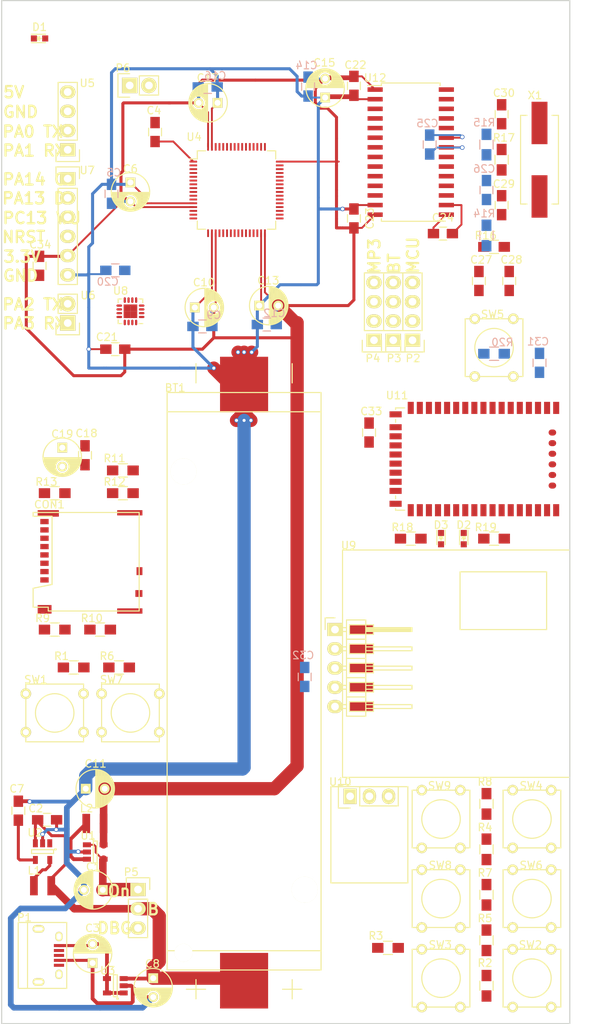
<source format=kicad_pcb>
(kicad_pcb (version 4) (host pcbnew 4.0.2-stable)
  (title_block (title "SenseWalk2: Minimalistic version") (rev 1) (company "University of Central Florida\\nSenior Design G23\\nBenoit Brummer\\n\\n\\n"))
  (layers (0 F.Cu signal) (31 B.Cu signal) (34 B.Paste user) (35 F.Paste user) (36 B.SilkS user) (37 F.SilkS user) (38 B.Mask user) (39 F.Mask user) (44 Edge.Cuts user))
  (net 0 "")
  (net 1 GND)
  (net 2 +BATT)
  (net 3 +5V)
  (net 4 +3V3)
  (net 5 PD2_SD-CMD)
  (net 6 PC10_SD-D2)
  (net 7 PC11_SD-D3)
  (net 8 PC12_SD-CK)
  (net 9 PC8_SD-D0)
  (net 10 PC9_SD-D1)
  (net 11 PA15_SD-DET)
  (net 12 "Net-(L2-Pad1)")
  (net 13 /in5)
  (net 14 /in6)
  (net 15 /in7)
  (net 16 /in8)
  (net 17 /in1)
  (net 18 /in2)
  (net 19 /in3)
  (net 20 /in4)
  (net 21 PC13_dbg)
  (net 22 NRST)
  (net 23 PC0_MP3-SCL)
  (net 24 PC1_MP3-SDA)
  (net 25 PC2_MAG-MISO)
  (net 26 PA0_las)
  (net 27 PA1_las)
  (net 28 PA2_UART)
  (net 29 PA3_UART)
  (net 30 PA4_BTpcm-Sync)
  (net 31 PA5_MP3-SCK)
  (net 32 PA6_BT-RTS)
  (net 33 PA7_MP3-SDI)
  (net 34 PC4_BT-RX)
  (net 35 PC5_BT-TX)
  (net 36 PB1_BT-CTS)
  (net 37 PB2_BT-GP2)
  (net 38 PB10_MAG-SPC)
  (net 39 "Net-(D1-Pad2)")
  (net 40 PB12_MAG-INT)
  (net 41 PB13_MAG-TRIG)
  (net 42 PB14_MP3-RST)
  (net 43 PB15_MAG-MOSI)
  (net 44 PC6_MP3-DR)
  (net 45 PA9_GPS-RX)
  (net 46 PA13_dbg)
  (net 47 PA14_dbg)
  (net 48 PB3_BTpcm-CLK)
  (net 49 PB5_BTpcm-IN)
  (net 50 PB7_GPS-TX)
  (net 51 PB9_MAG-CS)
  (net 52 "Net-(P4-Pad4)")
  (net 53 "Net-(P4-Pad1)")
  (net 54 "Net-(P4-Pad2)")
  (net 55 "Net-(C26-Pad1)")
  (net 56 "Net-(C28-Pad1)")
  (net 57 "Net-(C29-Pad1)")
  (net 58 "Net-(C27-Pad1)")
  (net 59 "Net-(D2-Pad2)")
  (net 60 "Net-(D2-Pad1)")
  (net 61 "Net-(D3-Pad2)")
  (net 62 "Net-(D3-Pad1)")
  (net 63 "Net-(P3-Pad1)")
  (net 64 "Net-(P3-Pad2)")
  (net 65 "Net-(P3-Pad3)")
  (net 66 "Net-(P3-Pad4)")
  (net 67 "Net-(L1-Pad2)")
  (net 68 "Net-(C3-Pad2)")
  (net 69 "Net-(C26-Pad2)")
  (net 70 "Net-(C30-Pad1)")
  (net 71 PB0_mic)
  (net 72 PB11_BT-GP9)
  (net 73 x-in-1)
  (net 74 x-in-2)
  (net 75 /3VEN)
  (net 76 /5VEN)
  (module Capacitors_ThroughHole:C_Radial_D5_L11_P2.5 (layer F.Cu) (at 50.35 157.35 180)
    (fp_text reference C1 (at 1.25 3.05 180) (layer F.SilkS))
    (fp_text value 10uF)
    (pad 1 thru_hole rect (at 0 0 180) (size 1.3 1.3) (drill 0.8) (layers *.Cu *.Mask F.SilkS) (net 75 /3VEN))
    (pad 2 thru_hole circle (at 2.5 0 180) (size 1.3 1.3) (drill 0.8) (layers *.Cu *.Mask F.SilkS) (net 1 GND))
  )
  (module con-trougnouf:MicroSD (layer F.Cu) (at 42.65 112.05 90)
    (fp_text reference CON1 (at 5.55 0.65 180) (layer F.SilkS))
    (fp_text value uSD_Card)
    (pad 6 smd rect (at -2.2 0 90) (size 0.7 1.1) (layers F.Cu F.Paste F.Mask) (net 1 GND))
    (pad 3 smd rect (at 1.1 0 90) (size 0.7 1.1) (layers F.Cu F.Paste F.Mask) (net 5 PD2_SD-CMD))
    (pad ~ smd rect (at 4.38 0.5 90) (size 0.86 2.8) (layers F.Cu F.Paste F.Mask))
    (pad 1 smd rect (at 3.3 0 90) (size 0.7 1.1) (layers F.Cu F.Paste F.Mask) (net 6 PC10_SD-D2))
    (pad 2 smd rect (at 2.2 0 90) (size 0.7 1.1) (layers F.Cu F.Paste F.Mask) (net 7 PC11_SD-D3))
    (pad 4 smd rect (at 0 0 90) (size 0.7 1.1) (layers F.Cu F.Paste F.Mask) (net 4 +3V3))
    (pad 5 smd rect (at -1.1 0 90) (size 0.7 1.1) (layers F.Cu F.Paste F.Mask) (net 8 PC12_SD-CK))
    (pad 7 smd rect (at -3.3 0 90) (size 0.7 1.1) (layers F.Cu F.Paste F.Mask) (net 9 PC8_SD-D0))
    (pad 8 smd rect (at -4.4 0 90) (size 0.7 1.1) (layers F.Cu F.Paste F.Mask) (net 10 PC9_SD-D1))
    (pad ~ smd rect (at -8.28 0.015 90) (size 1.14 1.83) (layers F.Cu F.Paste F.Mask))
    (pad ~ smd rect (at -8.5 11.265 90) (size 0.7 3.33) (layers F.Cu F.Paste F.Mask))
    (pad 6 smd rect (at -6.19 12.465 90) (size 0.9 0.93) (layers F.Cu F.Paste F.Mask) (net 1 GND))
    (pad 9 smd rect (at -3.24 12.54 90) (size 1.05 0.78) (layers F.Cu F.Paste F.Mask) (net 11 PA15_SD-DET))
    (pad ~ smd rect (at 4.46 11.265 90) (size 0.7 3.33) (layers F.Cu F.Paste F.Mask))
  )
  (module BT:RN-52 (layer F.Cu) (at 102 100.5 270)
    (fp_text reference U11 (at -8.4 12.8 360) (layer F.SilkS))
    (fp_text value RN-52)
    (pad 28 smd rect (at 6.75 11 270) (size 1.6 0.8) (layers F.Cu F.Paste F.Mask))
    (pad 27 smd rect (at 5.9 13 270) (size 0.8 1.6) (layers F.Cu F.Paste F.Mask) (net 1 GND))
    (pad 19 smd rect (at -4.2 13 270) (size 0.8 1.6) (layers F.Cu F.Paste F.Mask))
    (pad 1 smd rect (at -6.75 -8.2 270) (size 1.6 0.8) (layers F.Cu F.Paste F.Mask) (net 1 GND))
    (pad 2 smd rect (at -6.75 -7 270) (size 1.6 0.8) (layers F.Cu F.Paste F.Mask) (net 37 PB2_BT-GP2))
    (pad 3 smd rect (at -6.75 -5.8 270) (size 1.6 0.8) (layers F.Cu F.Paste F.Mask))
    (pad 4 smd rect (at -6.75 -4.6 270) (size 1.6 0.8) (layers F.Cu F.Paste F.Mask))
    (pad 5 smd rect (at -6.75 -3.4 270) (size 1.6 0.8) (layers F.Cu F.Paste F.Mask))
    (pad 6 smd rect (at -6.75 -2.2 270) (size 1.6 0.8) (layers F.Cu F.Paste F.Mask))
    (pad 7 smd rect (at -6.75 -1 270) (size 1.6 0.8) (layers F.Cu F.Paste F.Mask))
    (pad 8 smd rect (at -6.75 0.2 270) (size 1.6 0.8) (layers F.Cu F.Paste F.Mask))
    (pad 9 smd rect (at -6.75 1.4 270) (size 1.6 0.8) (layers F.Cu F.Paste F.Mask))
    (pad 10 smd rect (at -6.75 2.6 270) (size 1.6 0.8) (layers F.Cu F.Paste F.Mask))
    (pad 11 smd rect (at -6.75 3.8 270) (size 1.6 0.8) (layers F.Cu F.Paste F.Mask) (net 72 PB11_BT-GP9))
    (pad 12 smd rect (at -6.75 5 270) (size 1.6 0.8) (layers F.Cu F.Paste F.Mask))
    (pad 13 smd rect (at -6.75 6.2 270) (size 1.6 0.8) (layers F.Cu F.Paste F.Mask))
    (pad 14 smd rect (at -6.75 7.4 270) (size 1.6 0.8) (layers F.Cu F.Paste F.Mask) (net 32 PA6_BT-RTS))
    (pad 15 smd rect (at -6.75 8.6 270) (size 1.6 0.8) (layers F.Cu F.Paste F.Mask) (net 36 PB1_BT-CTS))
    (pad 16 smd rect (at -6.75 9.8 270) (size 1.6 0.8) (layers F.Cu F.Paste F.Mask) (net 35 PC5_BT-TX))
    (pad 17 smd rect (at -6.75 11 270) (size 1.6 0.8) (layers F.Cu F.Paste F.Mask) (net 34 PC4_BT-RX))
    (pad 18 smd rect (at -5.9 13 270) (size 0.8 1.6) (layers F.Cu F.Paste F.Mask) (net 1 GND))
    (pad 20 smd rect (at -3 13 270) (size 0.8 1.6) (layers F.Cu F.Paste F.Mask))
    (pad 21 smd rect (at -1.8 13 270) (size 0.8 1.6) (layers F.Cu F.Paste F.Mask) (net 4 +3V3))
    (pad 22 smd rect (at -0.6 13 270) (size 0.8 1.6) (layers F.Cu F.Paste F.Mask) (net 4 +3V3))
    (pad 23 smd rect (at 0.6 13 270) (size 0.8 1.6) (layers F.Cu F.Paste F.Mask) (net 66 "Net-(P3-Pad4)"))
    (pad 24 smd rect (at 1.8 13 270) (size 0.8 1.6) (layers F.Cu F.Paste F.Mask) (net 65 "Net-(P3-Pad3)"))
    (pad 25 smd rect (at 3 13 270) (size 0.8 1.6) (layers F.Cu F.Paste F.Mask) (net 64 "Net-(P3-Pad2)"))
    (pad 26 smd rect (at 4.2 13 270) (size 0.8 1.6) (layers F.Cu F.Paste F.Mask) (net 63 "Net-(P3-Pad1)"))
    (pad 29 smd rect (at 6.75 9.8 270) (size 1.6 0.8) (layers F.Cu F.Paste F.Mask))
    (pad 30 smd rect (at 6.75 8.6 270) (size 1.6 0.8) (layers F.Cu F.Paste F.Mask))
    (pad 31 smd rect (at 6.75 7.4 270) (size 1.6 0.8) (layers F.Cu F.Paste F.Mask))
    (pad 32 smd rect (at 6.75 6.2 270) (size 1.6 0.8) (layers F.Cu F.Paste F.Mask) (net 62 "Net-(D3-Pad1)"))
    (pad 33 smd rect (at 6.75 5 270) (size 1.6 0.8) (layers F.Cu F.Paste F.Mask) (net 60 "Net-(D2-Pad1)"))
    (pad 34 smd rect (at 6.75 3.8 270) (size 1.6 0.8) (layers F.Cu F.Paste F.Mask))
    (pad 35 smd rect (at 6.75 2.6 270) (size 1.6 0.8) (layers F.Cu F.Paste F.Mask))
    (pad 36 smd rect (at 6.75 1.4 270) (size 1.6 0.8) (layers F.Cu F.Paste F.Mask))
    (pad 37 smd rect (at 6.75 0.2 270) (size 1.6 0.8) (layers F.Cu F.Paste F.Mask))
    (pad 38 smd rect (at 6.75 -1 270) (size 1.6 0.8) (layers F.Cu F.Paste F.Mask))
    (pad 39 smd rect (at 6.75 -2.2 270) (size 1.6 0.8) (layers F.Cu F.Paste F.Mask) (net 1 GND))
    (pad 40 smd rect (at 6.75 -3.4 270) (size 1.6 0.8) (layers F.Cu F.Paste F.Mask))
    (pad 41 smd rect (at 6.75 -4.6 270) (size 1.6 0.8) (layers F.Cu F.Paste F.Mask))
    (pad 42 smd rect (at 6.75 -5.8 270) (size 1.6 0.8) (layers F.Cu F.Paste F.Mask))
    (pad 43 smd rect (at 6.75 -7 270) (size 1.6 0.8) (layers F.Cu F.Paste F.Mask))
    (pad 44 smd rect (at 6.75 -8.2 270) (size 1.6 0.8) (layers F.Cu F.Paste F.Mask) (net 1 GND))
    (pad 45 smd oval (at 3.5 -7.7 270) (size 0.8 1) (layers F.Cu F.Paste F.Mask) (net 1 GND))
    (pad 46 smd oval (at 2.1 -7.7 270) (size 0.8 1) (layers F.Cu F.Paste F.Mask) (net 1 GND))
    (pad 47 smd oval (at 0.7 -7.7 270) (size 0.8 1) (layers F.Cu F.Paste F.Mask) (net 1 GND))
    (pad 48 smd oval (at -0.7 -7.7 270) (size 0.8 1) (layers F.Cu F.Paste F.Mask) (net 1 GND))
    (pad 49 smd oval (at -2.1 -7.7 270) (size 0.8 1) (layers F.Cu F.Paste F.Mask) (net 1 GND))
    (pad 50 smd oval (at -3.5 -7.7 270) (size 0.8 1) (layers F.Cu F.Paste F.Mask) (net 1 GND))
  )
  (module con-trougnouf:18650BatteryHolder (layer F.Cu) (at 69 173 270)
    (fp_text reference BT1 (at -81.9 9.1 360) (layer F.SilkS))
    (fp_text value Battery)
    (pad "" np_thru_hole oval (at -70.87 8 270) (size 3.45 3.45) (drill 3.45) (layers *.Cu *.Mask F.SilkS))
    (pad 1 smd rect (at -3.67 0 270) (size 7.34 6.35) (layers F.Cu F.Paste F.Mask) (net 2 +BATT))
    (pad 2 smd rect (at -82.33 0 270) (size 7.34 6.35) (layers F.Cu F.Paste F.Mask) (net 1 GND))
    (pad "" np_thru_hole oval (at -7.34 8 270) (size 2.39 2.39) (drill 2.39) (layers *.Cu *.Mask F.SilkS))
    (pad "" np_thru_hole oval (at -15.67 -8 270) (size 3.45 3.45) (drill 3.45) (layers *.Cu *.Mask F.SilkS))
  )
  (module Capacitors_ThroughHole:C_Radial_D5_L11_P2.5 (layer F.Cu) (at 49 167 90)
    (fp_text reference C3 (at 4.6 0 180) (layer F.SilkS))
    (fp_text value 1uF)
    (pad 1 thru_hole rect (at 0 0 90) (size 1.3 1.3) (drill 0.8) (layers *.Cu *.Mask F.SilkS) (net 1 GND))
    (pad 2 thru_hole circle (at 2.5 0 90) (size 1.3 1.3) (drill 0.8) (layers *.Cu *.Mask F.SilkS) (net 68 "Net-(C3-Pad2)"))
  )
  (module Capacitors_SMD:C_0805_HandSoldering (layer F.Cu) (at 57.25 57.35 270)
    (fp_text reference C4 (at -2.85 0.15 360) (layer F.SilkS))
    (fp_text value 0.1uF)
    (pad 1 smd rect (at -1.25 0 270) (size 1.5 1.25) (layers F.Cu F.Paste F.Mask) (net 1 GND))
    (pad 2 smd rect (at 1.25 0 270) (size 1.5 1.25) (layers F.Cu F.Paste F.Mask) (net 4 +3V3))
  )
  (module Capacitors_ThroughHole:C_Radial_D5_L11_P2.5 (layer F.Cu) (at 54 64 270)
    (fp_text reference C6 (at -1.8 0 360) (layer F.SilkS))
    (fp_text value 4.7uF)
    (pad 1 thru_hole rect (at 0 0 270) (size 1.3 1.3) (drill 0.8) (layers *.Cu *.Mask F.SilkS) (net 1 GND))
    (pad 2 thru_hole circle (at 2.5 0 270) (size 1.3 1.3) (drill 0.8) (layers *.Cu *.Mask F.SilkS) (net 4 +3V3))
  )
  (module Capacitors_SMD:C_0805_HandSoldering (layer F.Cu) (at 39.2 146.9 90)
    (fp_text reference C7 (at 2.9 -0.2 180) (layer F.SilkS))
    (fp_text value 10uF)
    (pad 1 smd rect (at -1.25 0 90) (size 1.5 1.25) (layers F.Cu F.Paste F.Mask) (net 3 +5V))
    (pad 2 smd rect (at 1.25 0 90) (size 1.5 1.25) (layers F.Cu F.Paste F.Mask) (net 1 GND))
  )
  (module Capacitors_ThroughHole:C_Radial_D5_L11_P2.5 (layer F.Cu) (at 57 169 270)
    (fp_text reference C8 (at -1.9 0.1 360) (layer F.SilkS))
    (fp_text value 1uF)
    (pad 1 thru_hole rect (at 0 0 270) (size 1.3 1.3) (drill 0.8) (layers *.Cu *.Mask F.SilkS) (net 2 +BATT))
    (pad 2 thru_hole circle (at 2.5 0 270) (size 1.3 1.3) (drill 0.8) (layers *.Cu *.Mask F.SilkS) (net 1 GND))
  )
  (module Capacitors_ThroughHole:C_Radial_D5_L11_P2.5 (layer F.Cu) (at 62.5 80.5)
    (fp_text reference C10 (at 1.2 -3.3) (layer F.SilkS))
    (fp_text value 4.7uF)
    (pad 1 thru_hole rect (at 0 0) (size 1.3 1.3) (drill 0.8) (layers *.Cu *.Mask F.SilkS) (net 1 GND))
    (pad 2 thru_hole circle (at 2.5 0) (size 1.3 1.3) (drill 0.8) (layers *.Cu *.Mask F.SilkS) (net 4 +3V3))
  )
  (module Capacitors_ThroughHole:C_Radial_D5_L11_P2.5 (layer F.Cu) (at 65.5 53.5 180)
    (fp_text reference C17 (at 1.3 3.3 180) (layer F.SilkS))
    (fp_text value 4.7uF)
    (pad 1 thru_hole rect (at 0 0 180) (size 1.3 1.3) (drill 0.8) (layers *.Cu *.Mask F.SilkS) (net 1 GND))
    (pad 2 thru_hole circle (at 2.5 0 180) (size 1.3 1.3) (drill 0.8) (layers *.Cu *.Mask F.SilkS) (net 4 +3V3))
  )
  (module Inductors_NEOSID:Neosid_Inductor_SM-NE29_SMD1008 (layer F.Cu) (at 42.4 156.8 180)
    (fp_text reference L1 (at 1.1 2 180) (layer F.SilkS))
    (fp_text value 4.7uH)
    (pad 2 smd rect (at 1.14554 0 180) (size 1.02108 2.54) (layers F.Cu F.Paste F.Mask) (net 67 "Net-(L1-Pad2)"))
    (pad 1 smd rect (at -1.14554 0 180) (size 1.02108 2.54) (layers F.Cu F.Paste F.Mask) (net 2 +BATT))
  )
  (module Inductors_NEOSID:Neosid_Inductor_SM-NE29_SMD1008 (layer F.Cu) (at 49.31 148.58)
    (fp_text reference L2 (at -1.11 -1.98 180) (layer F.SilkS))
    (fp_text value 4.7uH)
    (pad 2 smd rect (at 1.14554 0) (size 1.02108 2.54) (layers F.Cu F.Paste F.Mask) (net 4 +3V3))
    (pad 1 smd rect (at -1.14554 0) (size 1.02108 2.54) (layers F.Cu F.Paste F.Mask) (net 12 "Net-(L2-Pad1)"))
  )
  (module Connect:USB_Micro-B (layer F.Cu) (at 43 166 270)
    (fp_text reference P1 (at -5 3 360) (layer F.SilkS))
    (fp_text value USB_B)
    (pad 1 smd rect (at -1.3009 -1.56254) (size 1.35 0.4) (layers F.Cu F.Paste F.Mask) (net 68 "Net-(C3-Pad2)"))
    (pad 2 smd rect (at -0.6509 -1.56254) (size 1.35 0.4) (layers F.Cu F.Paste F.Mask))
    (pad 3 smd rect (at -0.0009 -1.56254) (size 1.35 0.4) (layers F.Cu F.Paste F.Mask))
    (pad 4 smd rect (at 0.6491 -1.56254) (size 1.35 0.4) (layers F.Cu F.Paste F.Mask) (net 1 GND))
    (pad 5 smd rect (at 1.2991 -1.56254) (size 1.35 0.4) (layers F.Cu F.Paste F.Mask))
    (pad 6 thru_hole oval (at -2.5009 -1.56254) (size 0.95 1.25) (drill oval 0.55 0.85) (layers *.Cu *.Mask F.SilkS))
    (pad 6 thru_hole oval (at 2.4991 -1.56254) (size 0.95 1.25) (drill oval 0.55 0.85) (layers *.Cu *.Mask F.SilkS))
    (pad 6 thru_hole oval (at -3.5009 1.13746) (size 1.55 1) (drill oval 1.15 0.5) (layers *.Cu *.Mask F.SilkS))
    (pad 6 thru_hole oval (at 3.4991 1.13746) (size 1.55 1) (drill oval 1.15 0.5) (layers *.Cu *.Mask F.SilkS))
  )
  (module Buttons_Switches_ThroughHole:SW_PUSH_SMALL (layer F.Cu) (at 44 134)
    (fp_text reference SW1 (at -2.5 -4.4) (layer F.SilkS))
    (fp_text value SW_PUSH)
    (pad 1 thru_hole circle (at 3.81 -2.54) (size 1.397 1.397) (drill 0.8128) (layers *.Cu *.Mask F.SilkS) (net 13 /in5))
    (pad 2 thru_hole circle (at 3.81 2.54) (size 1.397 1.397) (drill 0.8128) (layers *.Cu *.Mask F.SilkS) (net 4 +3V3))
    (pad 1 thru_hole circle (at -3.81 -2.54) (size 1.397 1.397) (drill 0.8128) (layers *.Cu *.Mask F.SilkS) (net 13 /in5))
    (pad 2 thru_hole circle (at -3.81 2.54) (size 1.397 1.397) (drill 0.8128) (layers *.Cu *.Mask F.SilkS) (net 4 +3V3))
  )
  (module Buttons_Switches_ThroughHole:SW_PUSH_SMALL (layer F.Cu) (at 107 169 270)
    (fp_text reference SW2 (at -4.4 0.2 360) (layer F.SilkS))
    (fp_text value SW_PUSH)
    (pad 1 thru_hole circle (at 3.81 -2.54 270) (size 1.397 1.397) (drill 0.8128) (layers *.Cu *.Mask F.SilkS) (net 14 /in6))
    (pad 2 thru_hole circle (at 3.81 2.54 270) (size 1.397 1.397) (drill 0.8128) (layers *.Cu *.Mask F.SilkS) (net 4 +3V3))
    (pad 1 thru_hole circle (at -3.81 -2.54 270) (size 1.397 1.397) (drill 0.8128) (layers *.Cu *.Mask F.SilkS) (net 14 /in6))
    (pad 2 thru_hole circle (at -3.81 2.54 270) (size 1.397 1.397) (drill 0.8128) (layers *.Cu *.Mask F.SilkS) (net 4 +3V3))
  )
  (module Buttons_Switches_ThroughHole:SW_PUSH_SMALL (layer F.Cu) (at 95 169 90)
    (fp_text reference SW3 (at 4.4 -0.1 180) (layer F.SilkS))
    (fp_text value SW_PUSH)
    (pad 1 thru_hole circle (at 3.81 -2.54 90) (size 1.397 1.397) (drill 0.8128) (layers *.Cu *.Mask F.SilkS) (net 15 /in7))
    (pad 2 thru_hole circle (at 3.81 2.54 90) (size 1.397 1.397) (drill 0.8128) (layers *.Cu *.Mask F.SilkS) (net 4 +3V3))
    (pad 1 thru_hole circle (at -3.81 -2.54 90) (size 1.397 1.397) (drill 0.8128) (layers *.Cu *.Mask F.SilkS) (net 15 /in7))
    (pad 2 thru_hole circle (at -3.81 2.54 90) (size 1.397 1.397) (drill 0.8128) (layers *.Cu *.Mask F.SilkS) (net 4 +3V3))
  )
  (module Buttons_Switches_ThroughHole:SW_PUSH_SMALL (layer F.Cu) (at 107 148 270)
    (fp_text reference SW4 (at -4.4 0.1 360) (layer F.SilkS))
    (fp_text value SW_PUSH)
    (pad 1 thru_hole circle (at 3.81 -2.54 270) (size 1.397 1.397) (drill 0.8128) (layers *.Cu *.Mask F.SilkS) (net 16 /in8))
    (pad 2 thru_hole circle (at 3.81 2.54 270) (size 1.397 1.397) (drill 0.8128) (layers *.Cu *.Mask F.SilkS) (net 4 +3V3))
    (pad 1 thru_hole circle (at -3.81 -2.54 270) (size 1.397 1.397) (drill 0.8128) (layers *.Cu *.Mask F.SilkS) (net 16 /in8))
    (pad 2 thru_hole circle (at -3.81 2.54 270) (size 1.397 1.397) (drill 0.8128) (layers *.Cu *.Mask F.SilkS) (net 4 +3V3))
  )
  (module Buttons_Switches_ThroughHole:SW_PUSH_SMALL (layer F.Cu) (at 107 158.5 270)
    (fp_text reference SW6 (at -4.4 0.1 360) (layer F.SilkS))
    (fp_text value SW_PUSH)
    (pad 1 thru_hole circle (at 3.81 -2.54 270) (size 1.397 1.397) (drill 0.8128) (layers *.Cu *.Mask F.SilkS) (net 17 /in1))
    (pad 2 thru_hole circle (at 3.81 2.54 270) (size 1.397 1.397) (drill 0.8128) (layers *.Cu *.Mask F.SilkS) (net 4 +3V3))
    (pad 1 thru_hole circle (at -3.81 -2.54 270) (size 1.397 1.397) (drill 0.8128) (layers *.Cu *.Mask F.SilkS) (net 17 /in1))
    (pad 2 thru_hole circle (at -3.81 2.54 270) (size 1.397 1.397) (drill 0.8128) (layers *.Cu *.Mask F.SilkS) (net 4 +3V3))
  )
  (module Buttons_Switches_ThroughHole:SW_PUSH_SMALL (layer F.Cu) (at 54 134)
    (fp_text reference SW7 (at -2.5 -4.4) (layer F.SilkS))
    (fp_text value SW_PUSH)
    (pad 1 thru_hole circle (at 3.81 -2.54) (size 1.397 1.397) (drill 0.8128) (layers *.Cu *.Mask F.SilkS) (net 18 /in2))
    (pad 2 thru_hole circle (at 3.81 2.54) (size 1.397 1.397) (drill 0.8128) (layers *.Cu *.Mask F.SilkS) (net 4 +3V3))
    (pad 1 thru_hole circle (at -3.81 -2.54) (size 1.397 1.397) (drill 0.8128) (layers *.Cu *.Mask F.SilkS) (net 18 /in2))
    (pad 2 thru_hole circle (at -3.81 2.54) (size 1.397 1.397) (drill 0.8128) (layers *.Cu *.Mask F.SilkS) (net 4 +3V3))
  )
  (module Buttons_Switches_ThroughHole:SW_PUSH_SMALL (layer F.Cu) (at 95 158.5 90)
    (fp_text reference SW8 (at 4.4 -0.1 180) (layer F.SilkS))
    (fp_text value SW_PUSH)
    (pad 1 thru_hole circle (at 3.81 -2.54 90) (size 1.397 1.397) (drill 0.8128) (layers *.Cu *.Mask F.SilkS) (net 19 /in3))
    (pad 2 thru_hole circle (at 3.81 2.54 90) (size 1.397 1.397) (drill 0.8128) (layers *.Cu *.Mask F.SilkS) (net 4 +3V3))
    (pad 1 thru_hole circle (at -3.81 -2.54 90) (size 1.397 1.397) (drill 0.8128) (layers *.Cu *.Mask F.SilkS) (net 19 /in3))
    (pad 2 thru_hole circle (at -3.81 2.54 90) (size 1.397 1.397) (drill 0.8128) (layers *.Cu *.Mask F.SilkS) (net 4 +3V3))
  )
  (module Buttons_Switches_ThroughHole:SW_PUSH_SMALL (layer F.Cu) (at 95 148 90)
    (fp_text reference SW9 (at 4.4 -0.2 180) (layer F.SilkS))
    (fp_text value SW_PUSH)
    (pad 1 thru_hole circle (at 3.81 -2.54 90) (size 1.397 1.397) (drill 0.8128) (layers *.Cu *.Mask F.SilkS) (net 20 /in4))
    (pad 2 thru_hole circle (at 3.81 2.54 90) (size 1.397 1.397) (drill 0.8128) (layers *.Cu *.Mask F.SilkS) (net 4 +3V3))
    (pad 1 thru_hole circle (at -3.81 -2.54 90) (size 1.397 1.397) (drill 0.8128) (layers *.Cu *.Mask F.SilkS) (net 20 /in4))
    (pad 2 thru_hole circle (at -3.81 2.54 90) (size 1.397 1.397) (drill 0.8128) (layers *.Cu *.Mask F.SilkS) (net 4 +3V3))
  )
  (module TO_SOT_Packages_SMD:SOT-23-5 (layer F.Cu) (at 42.4 152.3 270)
    (fp_text reference U2 (at -2.5 1 360) (layer F.SilkS))
    (fp_text value XC9140)
    (pad 1 smd rect (at -1.1 -0.95 270) (size 1.06 0.65) (layers F.Cu F.Paste F.Mask) (net 76 /5VEN))
    (pad 2 smd rect (at -1.1 0 270) (size 1.06 0.65) (layers F.Cu F.Paste F.Mask) (net 1 GND))
    (pad 3 smd rect (at -1.1 0.95 270) (size 1.06 0.65) (layers F.Cu F.Paste F.Mask) (net 2 +BATT))
    (pad 4 smd rect (at 1.1 0.95 270) (size 1.06 0.65) (layers F.Cu F.Paste F.Mask) (net 3 +5V))
    (pad 5 smd rect (at 1.1 -0.95 270) (size 1.06 0.65) (layers F.Cu F.Paste F.Mask) (net 67 "Net-(L1-Pad2)"))
  )
  (module TO_SOT_Packages_SMD:SOT-23-5 (layer F.Cu) (at 52 170 180)
    (fp_text reference U3 (at 1 2 180) (layer F.SilkS))
    (fp_text value MCP73811/2)
    (pad 1 smd rect (at -1.1 -0.95 180) (size 1.06 0.65) (layers F.Cu F.Paste F.Mask) (net 68 "Net-(C3-Pad2)"))
    (pad 2 smd rect (at -1.1 0 180) (size 1.06 0.65) (layers F.Cu F.Paste F.Mask) (net 1 GND))
    (pad 3 smd rect (at -1.1 0.95 180) (size 1.06 0.65) (layers F.Cu F.Paste F.Mask) (net 2 +BATT))
    (pad 4 smd rect (at 1.1 0.95 180) (size 1.06 0.65) (layers F.Cu F.Paste F.Mask) (net 68 "Net-(C3-Pad2)"))
    (pad 5 smd rect (at 1.1 -0.95 180) (size 1.06 0.65) (layers F.Cu F.Paste F.Mask) (net 68 "Net-(C3-Pad2)"))
  )
  (module Housings_QFP:LQFP-64_10x10mm_Pitch0.5mm (layer F.Cu) (at 68 65)
    (fp_text reference U4 (at -5.6 -7) (layer F.SilkS))
    (fp_text value STM32L476R)
    (pad 1 smd rect (at -5.7 -3.75) (size 1 0.25) (layers F.Cu F.Paste F.Mask) (net 4 +3V3))
    (pad 2 smd rect (at -5.7 -3.25) (size 1 0.25) (layers F.Cu F.Paste F.Mask) (net 21 PC13_dbg))
    (pad 3 smd rect (at -5.7 -2.75) (size 1 0.25) (layers F.Cu F.Paste F.Mask) (net 13 /in5))
    (pad 4 smd rect (at -5.7 -2.25) (size 1 0.25) (layers F.Cu F.Paste F.Mask) (net 14 /in6))
    (pad 5 smd rect (at -5.7 -1.75) (size 1 0.25) (layers F.Cu F.Paste F.Mask) (net 15 /in7))
    (pad 6 smd rect (at -5.7 -1.25) (size 1 0.25) (layers F.Cu F.Paste F.Mask) (net 16 /in8))
    (pad 7 smd rect (at -5.7 -0.75) (size 1 0.25) (layers F.Cu F.Paste F.Mask) (net 22 NRST))
    (pad 8 smd rect (at -5.7 -0.25) (size 1 0.25) (layers F.Cu F.Paste F.Mask) (net 23 PC0_MP3-SCL))
    (pad 9 smd rect (at -5.7 0.25) (size 1 0.25) (layers F.Cu F.Paste F.Mask) (net 24 PC1_MP3-SDA))
    (pad 10 smd rect (at -5.7 0.75) (size 1 0.25) (layers F.Cu F.Paste F.Mask) (net 25 PC2_MAG-MISO))
    (pad 11 smd rect (at -5.7 1.25) (size 1 0.25) (layers F.Cu F.Paste F.Mask))
    (pad 12 smd rect (at -5.7 1.75) (size 1 0.25) (layers F.Cu F.Paste F.Mask) (net 1 GND))
    (pad 13 smd rect (at -5.7 2.25) (size 1 0.25) (layers F.Cu F.Paste F.Mask) (net 4 +3V3))
    (pad 14 smd rect (at -5.7 2.75) (size 1 0.25) (layers F.Cu F.Paste F.Mask) (net 26 PA0_las))
    (pad 15 smd rect (at -5.7 3.25) (size 1 0.25) (layers F.Cu F.Paste F.Mask) (net 27 PA1_las))
    (pad 16 smd rect (at -5.7 3.75) (size 1 0.25) (layers F.Cu F.Paste F.Mask) (net 28 PA2_UART))
    (pad 17 smd rect (at -3.75 5.7 90) (size 1 0.25) (layers F.Cu F.Paste F.Mask) (net 29 PA3_UART))
    (pad 18 smd rect (at -3.25 5.7 90) (size 1 0.25) (layers F.Cu F.Paste F.Mask) (net 1 GND))
    (pad 19 smd rect (at -2.75 5.7 90) (size 1 0.25) (layers F.Cu F.Paste F.Mask) (net 4 +3V3))
    (pad 20 smd rect (at -2.25 5.7 90) (size 1 0.25) (layers F.Cu F.Paste F.Mask) (net 30 PA4_BTpcm-Sync))
    (pad 21 smd rect (at -1.75 5.7 90) (size 1 0.25) (layers F.Cu F.Paste F.Mask) (net 31 PA5_MP3-SCK))
    (pad 22 smd rect (at -1.25 5.7 90) (size 1 0.25) (layers F.Cu F.Paste F.Mask) (net 32 PA6_BT-RTS))
    (pad 23 smd rect (at -0.75 5.7 90) (size 1 0.25) (layers F.Cu F.Paste F.Mask) (net 33 PA7_MP3-SDI))
    (pad 24 smd rect (at -0.25 5.7 90) (size 1 0.25) (layers F.Cu F.Paste F.Mask) (net 34 PC4_BT-RX))
    (pad 25 smd rect (at 0.25 5.7 90) (size 1 0.25) (layers F.Cu F.Paste F.Mask) (net 35 PC5_BT-TX))
    (pad 26 smd rect (at 0.75 5.7 90) (size 1 0.25) (layers F.Cu F.Paste F.Mask) (net 71 PB0_mic))
    (pad 27 smd rect (at 1.25 5.7 90) (size 1 0.25) (layers F.Cu F.Paste F.Mask) (net 36 PB1_BT-CTS))
    (pad 28 smd rect (at 1.75 5.7 90) (size 1 0.25) (layers F.Cu F.Paste F.Mask) (net 37 PB2_BT-GP2))
    (pad 29 smd rect (at 2.25 5.7 90) (size 1 0.25) (layers F.Cu F.Paste F.Mask) (net 38 PB10_MAG-SPC))
    (pad 30 smd rect (at 2.75 5.7 90) (size 1 0.25) (layers F.Cu F.Paste F.Mask) (net 72 PB11_BT-GP9))
    (pad 31 smd rect (at 3.25 5.7 90) (size 1 0.25) (layers F.Cu F.Paste F.Mask) (net 1 GND))
    (pad 32 smd rect (at 3.75 5.7 90) (size 1 0.25) (layers F.Cu F.Paste F.Mask) (net 4 +3V3))
    (pad 33 smd rect (at 5.7 3.75) (size 1 0.25) (layers F.Cu F.Paste F.Mask) (net 40 PB12_MAG-INT))
    (pad 34 smd rect (at 5.7 3.25) (size 1 0.25) (layers F.Cu F.Paste F.Mask) (net 41 PB13_MAG-TRIG))
    (pad 35 smd rect (at 5.7 2.75) (size 1 0.25) (layers F.Cu F.Paste F.Mask) (net 42 PB14_MP3-RST))
    (pad 36 smd rect (at 5.7 2.25) (size 1 0.25) (layers F.Cu F.Paste F.Mask) (net 43 PB15_MAG-MOSI))
    (pad 37 smd rect (at 5.7 1.75) (size 1 0.25) (layers F.Cu F.Paste F.Mask) (net 44 PC6_MP3-DR))
    (pad 38 smd rect (at 5.7 1.25) (size 1 0.25) (layers F.Cu F.Paste F.Mask) (net 76 /5VEN))
    (pad 39 smd rect (at 5.7 0.75) (size 1 0.25) (layers F.Cu F.Paste F.Mask) (net 9 PC8_SD-D0))
    (pad 40 smd rect (at 5.7 0.25) (size 1 0.25) (layers F.Cu F.Paste F.Mask) (net 10 PC9_SD-D1))
    (pad 41 smd rect (at 5.7 -0.25) (size 1 0.25) (layers F.Cu F.Paste F.Mask) (net 17 /in1))
    (pad 42 smd rect (at 5.7 -0.75) (size 1 0.25) (layers F.Cu F.Paste F.Mask) (net 45 PA9_GPS-RX))
    (pad 43 smd rect (at 5.7 -1.25) (size 1 0.25) (layers F.Cu F.Paste F.Mask) (net 18 /in2))
    (pad 44 smd rect (at 5.7 -1.75) (size 1 0.25) (layers F.Cu F.Paste F.Mask) (net 19 /in3))
    (pad 45 smd rect (at 5.7 -2.25) (size 1 0.25) (layers F.Cu F.Paste F.Mask) (net 20 /in4))
    (pad 46 smd rect (at 5.7 -2.75) (size 1 0.25) (layers F.Cu F.Paste F.Mask) (net 46 PA13_dbg))
    (pad 47 smd rect (at 5.7 -3.25) (size 1 0.25) (layers F.Cu F.Paste F.Mask) (net 1 GND))
    (pad 48 smd rect (at 5.7 -3.75) (size 1 0.25) (layers F.Cu F.Paste F.Mask) (net 4 +3V3))
    (pad 49 smd rect (at 3.75 -5.7 90) (size 1 0.25) (layers F.Cu F.Paste F.Mask) (net 47 PA14_dbg))
    (pad 50 smd rect (at 3.25 -5.7 90) (size 1 0.25) (layers F.Cu F.Paste F.Mask) (net 11 PA15_SD-DET))
    (pad 51 smd rect (at 2.75 -5.7 90) (size 1 0.25) (layers F.Cu F.Paste F.Mask) (net 6 PC10_SD-D2))
    (pad 52 smd rect (at 2.25 -5.7 90) (size 1 0.25) (layers F.Cu F.Paste F.Mask) (net 7 PC11_SD-D3))
    (pad 53 smd rect (at 1.75 -5.7 90) (size 1 0.25) (layers F.Cu F.Paste F.Mask) (net 8 PC12_SD-CK))
    (pad 54 smd rect (at 1.25 -5.7 90) (size 1 0.25) (layers F.Cu F.Paste F.Mask) (net 5 PD2_SD-CMD))
    (pad 55 smd rect (at 0.75 -5.7 90) (size 1 0.25) (layers F.Cu F.Paste F.Mask) (net 48 PB3_BTpcm-CLK))
    (pad 56 smd rect (at 0.25 -5.7 90) (size 1 0.25) (layers F.Cu F.Paste F.Mask) (net 73 x-in-1))
    (pad 57 smd rect (at -0.25 -5.7 90) (size 1 0.25) (layers F.Cu F.Paste F.Mask) (net 49 PB5_BTpcm-IN))
    (pad 58 smd rect (at -0.75 -5.7 90) (size 1 0.25) (layers F.Cu F.Paste F.Mask) (net 74 x-in-2))
    (pad 59 smd rect (at -1.25 -5.7 90) (size 1 0.25) (layers F.Cu F.Paste F.Mask) (net 50 PB7_GPS-TX))
    (pad 60 smd rect (at -1.75 -5.7 90) (size 1 0.25) (layers F.Cu F.Paste F.Mask))
    (pad 61 smd rect (at -2.25 -5.7 90) (size 1 0.25) (layers F.Cu F.Paste F.Mask) (net 39 "Net-(D1-Pad2)"))
    (pad 62 smd rect (at -2.75 -5.7 90) (size 1 0.25) (layers F.Cu F.Paste F.Mask) (net 51 PB9_MAG-CS))
    (pad 63 smd rect (at -3.25 -5.7 90) (size 1 0.25) (layers F.Cu F.Paste F.Mask) (net 1 GND))
    (pad 64 smd rect (at -3.75 -5.7 90) (size 1 0.25) (layers F.Cu F.Paste F.Mask) (net 4 +3V3))
  )
  (module con-trougnouf:Socket_Strip_Straight_1x04_3467 (layer F.Cu) (at 45.72 59.69 90)
    (fp_text reference U5 (at 8.79 2.58 180) (layer F.SilkS))
    (fp_text value Lightware_SF10/A)
    (pad 3 thru_hole rect (at 0 0 90) (size 1.7272 2.032) (drill 1.016) (layers *.Cu *.Mask F.SilkS) (net 27 PA1_las))
    (pad 4 thru_hole oval (at 2.54 0 90) (size 1.7272 2.032) (drill 1.016) (layers *.Cu *.Mask F.SilkS) (net 26 PA0_las))
    (pad 6 thru_hole oval (at 5.08 0 90) (size 1.7272 2.032) (drill 1.016) (layers *.Cu *.Mask F.SilkS) (net 1 GND))
    (pad 7 thru_hole oval (at 7.62 0 90) (size 1.7272 2.032) (drill 1.016) (layers *.Cu *.Mask F.SilkS) (net 3 +5V))
  )
  (module Housings_DFN_QFN:QFN-16-1EP_3x3mm_Pitch0.5mm (layer F.Cu) (at 54 81 180)
    (fp_text reference U8 (at 1.3 2.7 360) (layer F.SilkS))
    (fp_text value MLX90393)
    (pad 1 smd oval (at -1.475 -0.75 180) (size 0.75 0.3) (layers F.Cu F.Paste F.Mask) (net 40 PB12_MAG-INT))
    (pad 2 smd oval (at -1.475 -0.25 180) (size 0.75 0.3) (layers F.Cu F.Paste F.Mask) (net 51 PB9_MAG-CS))
    (pad 3 smd oval (at -1.475 0.25 180) (size 0.75 0.3) (layers F.Cu F.Paste F.Mask) (net 38 PB10_MAG-SPC))
    (pad 4 smd oval (at -1.475 0.75 180) (size 0.75 0.3) (layers F.Cu F.Paste F.Mask))
    (pad 5 smd oval (at -0.75 1.475 270) (size 0.75 0.3) (layers F.Cu F.Paste F.Mask) (net 43 PB15_MAG-MOSI))
    (pad 6 smd oval (at -0.25 1.475 270) (size 0.75 0.3) (layers F.Cu F.Paste F.Mask) (net 25 PC2_MAG-MISO))
    (pad 7 smd oval (at 0.25 1.475 270) (size 0.75 0.3) (layers F.Cu F.Paste F.Mask) (net 41 PB13_MAG-TRIG))
    (pad 8 smd oval (at 0.75 1.475 270) (size 0.75 0.3) (layers F.Cu F.Paste F.Mask) (net 4 +3V3))
    (pad 9 smd oval (at 1.475 0.75 180) (size 0.75 0.3) (layers F.Cu F.Paste F.Mask))
    (pad 10 smd oval (at 1.475 0.25 180) (size 0.75 0.3) (layers F.Cu F.Paste F.Mask))
    (pad 11 smd oval (at 1.475 -0.25 180) (size 0.75 0.3) (layers F.Cu F.Paste F.Mask) (net 1 GND))
    (pad 12 smd oval (at 1.475 -0.75 180) (size 0.75 0.3) (layers F.Cu F.Paste F.Mask) (net 1 GND))
    (pad 13 smd oval (at 0.75 -1.475 270) (size 0.75 0.3) (layers F.Cu F.Paste F.Mask) (net 1 GND))
    (pad 14 smd oval (at 0.25 -1.475 270) (size 0.75 0.3) (layers F.Cu F.Paste F.Mask))
    (pad 15 smd oval (at -0.25 -1.475 270) (size 0.75 0.3) (layers F.Cu F.Paste F.Mask) (net 4 +3V3))
    (pad 16 smd oval (at -0.75 -1.475 270) (size 0.75 0.3) (layers F.Cu F.Paste F.Mask))
    (pad 17 smd rect (at 0.45 0.45 180) (size 0.9 0.9) (layers F.Cu F.Paste F.Mask))
    (pad 17 smd rect (at 0.45 -0.45 180) (size 0.9 0.9) (layers F.Cu F.Paste F.Mask))
    (pad 17 smd rect (at -0.45 0.45 180) (size 0.9 0.9) (layers F.Cu F.Paste F.Mask))
    (pad 17 smd rect (at -0.45 -0.45 180) (size 0.9 0.9) (layers F.Cu F.Paste F.Mask))
  )
  (module Housings_SOIC:SOIC-28_7.5x17.9mm_Pitch1.27mm (layer F.Cu) (at 91 60)
    (fp_text reference U12 (at -4.7 -9.8) (layer F.SilkS))
    (fp_text value STA013)
    (pad 1 smd rect (at -4.7 -8.255) (size 2 0.6) (layers F.Cu F.Paste F.Mask) (net 4 +3V3))
    (pad 2 smd rect (at -4.7 -6.985) (size 2 0.6) (layers F.Cu F.Paste F.Mask) (net 1 GND))
    (pad 3 smd rect (at -4.7 -5.715) (size 2 0.6) (layers F.Cu F.Paste F.Mask) (net 24 PC1_MP3-SDA))
    (pad 4 smd rect (at -4.7 -4.445) (size 2 0.6) (layers F.Cu F.Paste F.Mask) (net 23 PC0_MP3-SCL))
    (pad 5 smd rect (at -4.7 -3.175) (size 2 0.6) (layers F.Cu F.Paste F.Mask) (net 33 PA7_MP3-SDI))
    (pad 6 smd rect (at -4.7 -1.905) (size 2 0.6) (layers F.Cu F.Paste F.Mask) (net 31 PA5_MP3-SCK))
    (pad 7 smd rect (at -4.7 -0.635) (size 2 0.6) (layers F.Cu F.Paste F.Mask) (net 4 +3V3))
    (pad 8 smd rect (at -4.7 0.635) (size 2 0.6) (layers F.Cu F.Paste F.Mask) (net 4 +3V3))
    (pad 9 smd rect (at -4.7 1.905) (size 2 0.6) (layers F.Cu F.Paste F.Mask) (net 52 "Net-(P4-Pad4)"))
    (pad 10 smd rect (at -4.7 3.175) (size 2 0.6) (layers F.Cu F.Paste F.Mask) (net 53 "Net-(P4-Pad1)"))
    (pad 11 smd rect (at -4.7 4.445) (size 2 0.6) (layers F.Cu F.Paste F.Mask) (net 54 "Net-(P4-Pad2)"))
    (pad 12 smd rect (at -4.7 5.715) (size 2 0.6) (layers F.Cu F.Paste F.Mask))
    (pad 13 smd rect (at -4.7 6.985) (size 2 0.6) (layers F.Cu F.Paste F.Mask) (net 1 GND))
    (pad 14 smd rect (at -4.7 8.255) (size 2 0.6) (layers F.Cu F.Paste F.Mask) (net 4 +3V3))
    (pad 15 smd rect (at 4.7 8.255) (size 2 0.6) (layers F.Cu F.Paste F.Mask) (net 1 GND))
    (pad 16 smd rect (at 4.7 6.985) (size 2 0.6) (layers F.Cu F.Paste F.Mask) (net 4 +3V3))
    (pad 17 smd rect (at 4.7 5.715) (size 2 0.6) (layers F.Cu F.Paste F.Mask) (net 69 "Net-(C26-Pad2)"))
    (pad 18 smd rect (at 4.7 4.445) (size 2 0.6) (layers F.Cu F.Paste F.Mask) (net 55 "Net-(C26-Pad1)"))
    (pad 19 smd rect (at 4.7 3.175) (size 2 0.6) (layers F.Cu F.Paste F.Mask) (net 58 "Net-(C27-Pad1)"))
    (pad 20 smd rect (at 4.7 1.905) (size 2 0.6) (layers F.Cu F.Paste F.Mask) (net 57 "Net-(C29-Pad1)"))
    (pad 21 smd rect (at 4.7 0.635) (size 2 0.6) (layers F.Cu F.Paste F.Mask) (net 70 "Net-(C30-Pad1)"))
    (pad 22 smd rect (at 4.7 -0.635) (size 2 0.6) (layers F.Cu F.Paste F.Mask) (net 1 GND))
    (pad 23 smd rect (at 4.7 -1.905) (size 2 0.6) (layers F.Cu F.Paste F.Mask) (net 4 +3V3))
    (pad 24 smd rect (at 4.7 -3.175) (size 2 0.6) (layers F.Cu F.Paste F.Mask) (net 4 +3V3))
    (pad 25 smd rect (at 4.7 -4.445) (size 2 0.6) (layers F.Cu F.Paste F.Mask) (net 1 GND))
    (pad 26 smd rect (at 4.7 -5.715) (size 2 0.6) (layers F.Cu F.Paste F.Mask) (net 42 PB14_MP3-RST))
    (pad 27 smd rect (at 4.7 -6.985) (size 2 0.6) (layers F.Cu F.Paste F.Mask) (net 1 GND))
    (pad 28 smd rect (at 4.7 -8.255) (size 2 0.6) (layers F.Cu F.Paste F.Mask) (net 44 PC6_MP3-DR))
  )
  (module Capacitors_SMD:C_0805_HandSoldering (layer F.Cu) (at 48 100 90)
    (fp_text reference C19 (at 2.8 -3 180) (layer F.SilkS))
    (fp_text value 0.1uF)
    (pad 1 smd rect (at -1.25 0 90) (size 1.5 1.25) (layers F.Cu F.Paste F.Mask) (net 4 +3V3))
    (pad 2 smd rect (at 1.25 0 90) (size 1.5 1.25) (layers F.Cu F.Paste F.Mask) (net 1 GND))
  )
  (module Capacitors_SMD:C_0805_HandSoldering (layer B.Cu) (at 52 75.6)
    (fp_text reference C20 (at -1 1.5) (layer B.SilkS) (effects (justify mirror)))
    (fp_text value 0.1uF)
    (pad 1 smd rect (at -1.25 0) (size 1.5 1.25) (layers B.Cu B.Paste B.Mask) (net 1 GND))
    (pad 2 smd rect (at 1.25 0) (size 1.5 1.25) (layers B.Cu B.Paste B.Mask) (net 4 +3V3))
  )
  (module Capacitors_SMD:C_0805_HandSoldering (layer F.Cu) (at 52 86)
    (fp_text reference C21 (at -1.1 -1.6 180) (layer F.SilkS))
    (fp_text value 0.1uF)
    (pad 1 smd rect (at -1.25 0) (size 1.5 1.25) (layers F.Cu F.Paste F.Mask) (net 1 GND))
    (pad 2 smd rect (at 1.25 0) (size 1.5 1.25) (layers F.Cu F.Paste F.Mask) (net 4 +3V3))
  )
  (module Capacitors_SMD:C_0805_HandSoldering (layer F.Cu) (at 83.5 51.25 90)
    (fp_text reference C22 (at 2.75 0.2 180) (layer F.SilkS))
    (fp_text value 0.1uF)
    (pad 1 smd rect (at -1.25 0 90) (size 1.5 1.25) (layers F.Cu F.Paste F.Mask) (net 1 GND))
    (pad 2 smd rect (at 1.25 0 90) (size 1.5 1.25) (layers F.Cu F.Paste F.Mask) (net 4 +3V3))
  )
  (module Capacitors_SMD:C_0805_HandSoldering (layer F.Cu) (at 83.5 68.75 270)
    (fp_text reference C23 (at 0 -2.1 270) (layer F.SilkS))
    (fp_text value 0.1uF)
    (pad 1 smd rect (at -1.25 0 270) (size 1.5 1.25) (layers F.Cu F.Paste F.Mask) (net 1 GND))
    (pad 2 smd rect (at 1.25 0 270) (size 1.5 1.25) (layers F.Cu F.Paste F.Mask) (net 4 +3V3))
  )
  (module Capacitors_SMD:C_0805_HandSoldering (layer F.Cu) (at 95.25 70.75)
    (fp_text reference C24 (at 0 -2.1) (layer F.SilkS))
    (fp_text value 0.1uF)
    (pad 1 smd rect (at -1.25 0) (size 1.5 1.25) (layers F.Cu F.Paste F.Mask) (net 1 GND))
    (pad 2 smd rect (at 1.25 0) (size 1.5 1.25) (layers F.Cu F.Paste F.Mask) (net 4 +3V3))
  )
  (module Capacitors_SMD:C_0805_HandSoldering (layer B.Cu) (at 93.5 59 90)
    (fp_text reference C25 (at 2.8 -0.3 180) (layer B.SilkS) (effects (justify mirror)))
    (fp_text value 0.1uF)
    (pad 1 smd rect (at -1.25 0 90) (size 1.5 1.25) (layers B.Cu B.Paste B.Mask) (net 1 GND))
    (pad 2 smd rect (at 1.25 0 90) (size 1.5 1.25) (layers B.Cu B.Paste B.Mask) (net 4 +3V3))
  )
  (module Capacitors_SMD:C_0805_HandSoldering (layer B.Cu) (at 101 65 270)
    (fp_text reference C26 (at -2.8 0.3 360) (layer B.SilkS) (effects (justify mirror)))
    (fp_text value 0.1uF)
    (pad 1 smd rect (at -1.25 0 270) (size 1.5 1.25) (layers B.Cu B.Paste B.Mask) (net 55 "Net-(C26-Pad1)"))
    (pad 2 smd rect (at 1.25 0 270) (size 1.5 1.25) (layers B.Cu B.Paste B.Mask) (net 69 "Net-(C26-Pad2)"))
  )
  (module Capacitors_SMD:C_0805_HandSoldering (layer F.Cu) (at 100 77 270)
    (fp_text reference C27 (at -2.8 -0.3 360) (layer F.SilkS))
    (fp_text value 470pF)
    (pad 1 smd rect (at -1.25 0 270) (size 1.5 1.25) (layers F.Cu F.Paste F.Mask) (net 58 "Net-(C27-Pad1)"))
    (pad 2 smd rect (at 1.25 0 270) (size 1.5 1.25) (layers F.Cu F.Paste F.Mask) (net 1 GND))
  )
  (module Capacitors_SMD:C_0805_HandSoldering (layer F.Cu) (at 104 77 270)
    (fp_text reference C28 (at -2.8 -0.3 360) (layer F.SilkS))
    (fp_text value 4.7nF)
    (pad 1 smd rect (at -1.25 0 270) (size 1.5 1.25) (layers F.Cu F.Paste F.Mask) (net 56 "Net-(C28-Pad1)"))
    (pad 2 smd rect (at 1.25 0 270) (size 1.5 1.25) (layers F.Cu F.Paste F.Mask) (net 1 GND))
  )
  (module Capacitors_SMD:C_0805_HandSoldering (layer F.Cu) (at 103 67 270)
    (fp_text reference C29 (at -2.8 -0.3 360) (layer F.SilkS))
    (fp_text value 22pF)
    (pad 1 smd rect (at -1.25 0 270) (size 1.5 1.25) (layers F.Cu F.Paste F.Mask) (net 57 "Net-(C29-Pad1)"))
    (pad 2 smd rect (at 1.25 0 270) (size 1.5 1.25) (layers F.Cu F.Paste F.Mask) (net 1 GND))
  )
  (module Capacitors_SMD:C_0805_HandSoldering (layer F.Cu) (at 103 55 90)
    (fp_text reference C30 (at 2.8 0.3 180) (layer F.SilkS))
    (fp_text value 22pF)
    (pad 1 smd rect (at -1.25 0 90) (size 1.5 1.25) (layers F.Cu F.Paste F.Mask) (net 70 "Net-(C30-Pad1)"))
    (pad 2 smd rect (at 1.25 0 90) (size 1.5 1.25) (layers F.Cu F.Paste F.Mask) (net 1 GND))
  )
  (module LEDs:LED_0603 (layer F.Cu) (at 42 45)
    (fp_text reference D1 (at 0 -1.5) (layer F.SilkS))
    (fp_text value Led_Small)
    (pad 2 smd rect (at 0.7493 0 180) (size 0.79756 0.79756) (layers F.Cu F.Paste F.Mask) (net 39 "Net-(D1-Pad2)"))
    (pad 1 smd rect (at -0.7493 0 180) (size 0.79756 0.79756) (layers F.Cu F.Paste F.Mask) (net 1 GND))
  )
  (module LEDs:LED_0603 (layer F.Cu) (at 98 111 270)
    (fp_text reference D2 (at -1.8 0 360) (layer F.SilkS))
    (fp_text value Led_B)
    (pad 2 smd rect (at 0.7493 0 90) (size 0.79756 0.79756) (layers F.Cu F.Paste F.Mask) (net 59 "Net-(D2-Pad2)"))
    (pad 1 smd rect (at -0.7493 0 90) (size 0.79756 0.79756) (layers F.Cu F.Paste F.Mask) (net 60 "Net-(D2-Pad1)"))
  )
  (module LEDs:LED_0603 (layer F.Cu) (at 95 111 270)
    (fp_text reference D3 (at -1.8 0 360) (layer F.SilkS))
    (fp_text value Led_R)
    (pad 2 smd rect (at 0.7493 0 90) (size 0.79756 0.79756) (layers F.Cu F.Paste F.Mask) (net 61 "Net-(D3-Pad2)"))
    (pad 1 smd rect (at -0.7493 0 90) (size 0.79756 0.79756) (layers F.Cu F.Paste F.Mask) (net 62 "Net-(D3-Pad1)"))
  )
  (module Pin_Headers:Pin_Header_Straight_1x04 (layer F.Cu) (at 91.23 84.82 180)
    (fp_text reference P2 (at -0.07 -2.38 180) (layer F.SilkS))
    (fp_text value CONN_01X04)
    (pad 1 thru_hole rect (at 0 0 180) (size 2.032 1.7272) (drill 1.016) (layers *.Cu *.Mask F.SilkS) (net 48 PB3_BTpcm-CLK))
    (pad 2 thru_hole oval (at 0 2.54 180) (size 2.032 1.7272) (drill 1.016) (layers *.Cu *.Mask F.SilkS) (net 30 PA4_BTpcm-Sync))
    (pad 3 thru_hole oval (at 0 5.08 180) (size 2.032 1.7272) (drill 1.016) (layers *.Cu *.Mask F.SilkS))
    (pad 4 thru_hole oval (at 0 7.62 180) (size 2.032 1.7272) (drill 1.016) (layers *.Cu *.Mask F.SilkS) (net 49 PB5_BTpcm-IN))
  )
  (module Pin_Headers:Pin_Header_Straight_1x04 (layer F.Cu) (at 88.69 84.82 180)
    (fp_text reference P3 (at -0.11 -2.38 180) (layer F.SilkS))
    (fp_text value CONN_01X04)
    (pad 1 thru_hole rect (at 0 0 180) (size 2.032 1.7272) (drill 1.016) (layers *.Cu *.Mask F.SilkS) (net 63 "Net-(P3-Pad1)"))
    (pad 2 thru_hole oval (at 0 2.54 180) (size 2.032 1.7272) (drill 1.016) (layers *.Cu *.Mask F.SilkS) (net 64 "Net-(P3-Pad2)"))
    (pad 3 thru_hole oval (at 0 5.08 180) (size 2.032 1.7272) (drill 1.016) (layers *.Cu *.Mask F.SilkS) (net 65 "Net-(P3-Pad3)"))
    (pad 4 thru_hole oval (at 0 7.62 180) (size 2.032 1.7272) (drill 1.016) (layers *.Cu *.Mask F.SilkS) (net 66 "Net-(P3-Pad4)"))
  )
  (module Pin_Headers:Pin_Header_Straight_1x04 (layer F.Cu) (at 86.15 84.82 180)
    (fp_text reference P4 (at 0.15 -2.38 180) (layer F.SilkS))
    (fp_text value CONN_01X04)
    (pad 1 thru_hole rect (at 0 0 180) (size 2.032 1.7272) (drill 1.016) (layers *.Cu *.Mask F.SilkS) (net 53 "Net-(P4-Pad1)"))
    (pad 2 thru_hole oval (at 0 2.54 180) (size 2.032 1.7272) (drill 1.016) (layers *.Cu *.Mask F.SilkS) (net 54 "Net-(P4-Pad2)"))
    (pad 3 thru_hole oval (at 0 5.08 180) (size 2.032 1.7272) (drill 1.016) (layers *.Cu *.Mask F.SilkS))
    (pad 4 thru_hole oval (at 0 7.62 180) (size 2.032 1.7272) (drill 1.016) (layers *.Cu *.Mask F.SilkS) (net 52 "Net-(P4-Pad4)"))
  )
  (module Resistors_SMD:R_0805_HandSoldering (layer F.Cu) (at 46.5 128 180)
    (fp_text reference R1 (at 1.6 1.5 180) (layer F.SilkS))
    (fp_text value 10K)
    (pad 1 smd rect (at -1.35 0 180) (size 1.5 1.3) (layers F.Cu F.Paste F.Mask) (net 1 GND))
    (pad 2 smd rect (at 1.35 0 180) (size 1.5 1.3) (layers F.Cu F.Paste F.Mask) (net 13 /in5))
  )
  (module Resistors_SMD:R_0805_HandSoldering (layer F.Cu) (at 101 170 90)
    (fp_text reference R2 (at 3 -0.2 180) (layer F.SilkS))
    (fp_text value 10K)
    (pad 1 smd rect (at -1.35 0 90) (size 1.5 1.3) (layers F.Cu F.Paste F.Mask) (net 1 GND))
    (pad 2 smd rect (at 1.35 0 90) (size 1.5 1.3) (layers F.Cu F.Paste F.Mask) (net 14 /in6))
  )
  (module Resistors_SMD:R_0805_HandSoldering (layer F.Cu) (at 88 165)
    (fp_text reference R3 (at -1.6 -1.6) (layer F.SilkS))
    (fp_text value 10K)
    (pad 1 smd rect (at -1.35 0) (size 1.5 1.3) (layers F.Cu F.Paste F.Mask) (net 1 GND))
    (pad 2 smd rect (at 1.35 0) (size 1.5 1.3) (layers F.Cu F.Paste F.Mask) (net 15 /in7))
  )
  (module Resistors_SMD:R_0805_HandSoldering (layer F.Cu) (at 101 152 270)
    (fp_text reference R4 (at -2.9 0.2 360) (layer F.SilkS))
    (fp_text value 10K)
    (pad 1 smd rect (at -1.35 0 270) (size 1.5 1.3) (layers F.Cu F.Paste F.Mask) (net 1 GND))
    (pad 2 smd rect (at 1.35 0 270) (size 1.5 1.3) (layers F.Cu F.Paste F.Mask) (net 16 /in8))
  )
  (module Resistors_SMD:R_0805_HandSoldering (layer F.Cu) (at 101 164 270)
    (fp_text reference R5 (at -2.9 0.2 360) (layer F.SilkS))
    (fp_text value 10K)
    (pad 1 smd rect (at -1.35 0 270) (size 1.5 1.3) (layers F.Cu F.Paste F.Mask) (net 1 GND))
    (pad 2 smd rect (at 1.35 0 270) (size 1.5 1.3) (layers F.Cu F.Paste F.Mask) (net 17 /in1))
  )
  (module Resistors_SMD:R_0805_HandSoldering (layer F.Cu) (at 52.5 128)
    (fp_text reference R6 (at -1.6 -1.5) (layer F.SilkS))
    (fp_text value 10K)
    (pad 1 smd rect (at -1.35 0) (size 1.5 1.3) (layers F.Cu F.Paste F.Mask) (net 1 GND))
    (pad 2 smd rect (at 1.35 0) (size 1.5 1.3) (layers F.Cu F.Paste F.Mask) (net 18 /in2))
  )
  (module Resistors_SMD:R_0805_HandSoldering (layer F.Cu) (at 101 158 90)
    (fp_text reference R7 (at 2.9 -0.2 180) (layer F.SilkS))
    (fp_text value 10K)
    (pad 1 smd rect (at -1.35 0 90) (size 1.5 1.3) (layers F.Cu F.Paste F.Mask) (net 1 GND))
    (pad 2 smd rect (at 1.35 0 90) (size 1.5 1.3) (layers F.Cu F.Paste F.Mask) (net 19 /in3))
  )
  (module Resistors_SMD:R_0805_HandSoldering (layer F.Cu) (at 101 146 90)
    (fp_text reference R8 (at 2.9 -0.2 180) (layer F.SilkS))
    (fp_text value 10K)
    (pad 1 smd rect (at -1.35 0 90) (size 1.5 1.3) (layers F.Cu F.Paste F.Mask) (net 1 GND))
    (pad 2 smd rect (at 1.35 0 90) (size 1.5 1.3) (layers F.Cu F.Paste F.Mask) (net 20 /in4))
  )
  (module Resistors_SMD:R_0805_HandSoldering (layer F.Cu) (at 44 123)
    (fp_text reference R9 (at -1.6 -1.5) (layer F.SilkS))
    (fp_text value 47K)
    (pad 1 smd rect (at -1.35 0) (size 1.5 1.3) (layers F.Cu F.Paste F.Mask) (net 10 PC9_SD-D1))
    (pad 2 smd rect (at 1.35 0) (size 1.5 1.3) (layers F.Cu F.Paste F.Mask) (net 4 +3V3))
  )
  (module Resistors_SMD:R_0805_HandSoldering (layer F.Cu) (at 50 123)
    (fp_text reference R10 (at -1.1 -1.5) (layer F.SilkS))
    (fp_text value 47K)
    (pad 1 smd rect (at -1.35 0) (size 1.5 1.3) (layers F.Cu F.Paste F.Mask) (net 9 PC8_SD-D0))
    (pad 2 smd rect (at 1.35 0) (size 1.5 1.3) (layers F.Cu F.Paste F.Mask) (net 4 +3V3))
  )
  (module Resistors_SMD:R_0805_HandSoldering (layer F.Cu) (at 53 102)
    (fp_text reference R11 (at -1.1 -1.6) (layer F.SilkS))
    (fp_text value 47K)
    (pad 1 smd rect (at -1.35 0) (size 1.5 1.3) (layers F.Cu F.Paste F.Mask) (net 5 PD2_SD-CMD))
    (pad 2 smd rect (at 1.35 0) (size 1.5 1.3) (layers F.Cu F.Paste F.Mask) (net 4 +3V3))
  )
  (module Resistors_SMD:R_0805_HandSoldering (layer F.Cu) (at 53 105 180)
    (fp_text reference R12 (at 1.1 1.5 180) (layer F.SilkS))
    (fp_text value 47K)
    (pad 1 smd rect (at -1.35 0 180) (size 1.5 1.3) (layers F.Cu F.Paste F.Mask) (net 4 +3V3))
    (pad 2 smd rect (at 1.35 0 180) (size 1.5 1.3) (layers F.Cu F.Paste F.Mask) (net 7 PC11_SD-D3))
  )
  (module Resistors_SMD:R_0805_HandSoldering (layer F.Cu) (at 44 105 180)
    (fp_text reference R13 (at 1.1 1.5 180) (layer F.SilkS))
    (fp_text value 47K)
    (pad 1 smd rect (at -1.35 0 180) (size 1.5 1.3) (layers F.Cu F.Paste F.Mask) (net 4 +3V3))
    (pad 2 smd rect (at 1.35 0 180) (size 1.5 1.3) (layers F.Cu F.Paste F.Mask) (net 6 PC10_SD-D2))
  )
  (module Resistors_SMD:R_0805_HandSoldering (layer B.Cu) (at 101 71 90)
    (fp_text reference R14 (at 2.9 -0.3 180) (layer B.SilkS) (effects (justify mirror)))
    (fp_text value 4.7)
    (pad 1 smd rect (at -1.35 0 90) (size 1.5 1.3) (layers B.Cu B.Paste B.Mask) (net 4 +3V3))
    (pad 2 smd rect (at 1.35 0 90) (size 1.5 1.3) (layers B.Cu B.Paste B.Mask) (net 69 "Net-(C26-Pad2)"))
  )
  (module Resistors_SMD:R_0805_HandSoldering (layer B.Cu) (at 101 59 270)
    (fp_text reference R15 (at -2.9 0.3 360) (layer B.SilkS) (effects (justify mirror)))
    (fp_text value 4.7)
    (pad 1 smd rect (at -1.35 0 270) (size 1.5 1.3) (layers B.Cu B.Paste B.Mask) (net 1 GND))
    (pad 2 smd rect (at 1.35 0 270) (size 1.5 1.3) (layers B.Cu B.Paste B.Mask) (net 55 "Net-(C26-Pad1)"))
  )
  (module Resistors_SMD:R_0805_HandSoldering (layer F.Cu) (at 102 72.5)
    (fp_text reference R16 (at -1.1 -1.5) (layer F.SilkS))
    (fp_text value 1k)
    (pad 1 smd rect (at -1.35 0) (size 1.5 1.3) (layers F.Cu F.Paste F.Mask) (net 58 "Net-(C27-Pad1)"))
    (pad 2 smd rect (at 1.35 0) (size 1.5 1.3) (layers F.Cu F.Paste F.Mask) (net 56 "Net-(C28-Pad1)"))
  )
  (module Resistors_SMD:R_0805_HandSoldering (layer F.Cu) (at 103 61 270)
    (fp_text reference R17 (at -2.9 -0.3 360) (layer F.SilkS))
    (fp_text value 1M)
    (pad 1 smd rect (at -1.35 0 270) (size 1.5 1.3) (layers F.Cu F.Paste F.Mask) (net 70 "Net-(C30-Pad1)"))
    (pad 2 smd rect (at 1.35 0 270) (size 1.5 1.3) (layers F.Cu F.Paste F.Mask) (net 57 "Net-(C29-Pad1)"))
  )
  (module Resistors_SMD:R_0805_HandSoldering (layer F.Cu) (at 91 111 180)
    (fp_text reference R18 (at 1.1 1.5 180) (layer F.SilkS))
    (fp_text value 470)
    (pad 1 smd rect (at -1.35 0 180) (size 1.5 1.3) (layers F.Cu F.Paste F.Mask) (net 4 +3V3))
    (pad 2 smd rect (at 1.35 0 180) (size 1.5 1.3) (layers F.Cu F.Paste F.Mask) (net 61 "Net-(D3-Pad2)"))
  )
  (module Resistors_SMD:R_0805_HandSoldering (layer F.Cu) (at 102 111)
    (fp_text reference R19 (at -1.1 -1.5) (layer F.SilkS))
    (fp_text value 47)
    (pad 1 smd rect (at -1.35 0) (size 1.5 1.3) (layers F.Cu F.Paste F.Mask) (net 4 +3V3))
    (pad 2 smd rect (at 1.35 0) (size 1.5 1.3) (layers F.Cu F.Paste F.Mask) (net 59 "Net-(D2-Pad2)"))
  )
  (module Crystals:Crystal_HC49-SD_SMD (layer F.Cu) (at 108 61 90)
    (fp_text reference X1 (at 8.5 -0.6 180) (layer F.SilkS))
    (fp_text value 14.7456MHz)
    (pad 1 smd rect (at -4.84886 0 90) (size 5.6007 2.10058) (layers F.Cu F.Paste F.Mask) (net 57 "Net-(C29-Pad1)"))
    (pad 2 smd rect (at 4.84886 0 90) (size 5.6007 2.10058) (layers F.Cu F.Paste F.Mask) (net 70 "Net-(C30-Pad1)"))
  )
  (module Capacitors_SMD:C_0805_HandSoldering (layer F.Cu) (at 43 148.1)
    (fp_text reference C2 (at -1.5 -1.5) (layer F.SilkS))
    (fp_text value 4.7uF)
    (pad 1 smd rect (at -1.25 0) (size 1.5 1.25) (layers F.Cu F.Paste F.Mask) (net 2 +BATT))
    (pad 2 smd rect (at 1.25 0) (size 1.5 1.25) (layers F.Cu F.Paste F.Mask) (net 1 GND))
  )
  (module Capacitors_SMD:C_0805_HandSoldering (layer B.Cu) (at 51.5 65.5 270)
    (fp_text reference C5 (at -2.8 -0.3 360) (layer B.SilkS) (effects (justify mirror)))
    (fp_text value 0.1uF)
    (pad 1 smd rect (at -1.25 0 270) (size 1.5 1.25) (layers B.Cu B.Paste B.Mask) (net 1 GND))
    (pad 2 smd rect (at 1.25 0 270) (size 1.5 1.25) (layers B.Cu B.Paste B.Mask) (net 4 +3V3))
  )
  (module Capacitors_SMD:C_0805_HandSoldering (layer B.Cu) (at 63.5 83)
    (fp_text reference C9 (at 1.5 -1.5 180) (layer B.SilkS) (effects (justify mirror)))
    (fp_text value 0.1uF)
    (pad 1 smd rect (at -1.25 0) (size 1.5 1.25) (layers B.Cu B.Paste B.Mask) (net 1 GND))
    (pad 2 smd rect (at 1.25 0) (size 1.5 1.25) (layers B.Cu B.Paste B.Mask) (net 4 +3V3))
  )
  (module Capacitors_ThroughHole:C_Radial_D5_L11_P2.5 (layer F.Cu) (at 48.1 144)
    (fp_text reference C11 (at 1.3 -3.3 180) (layer F.SilkS))
    (fp_text value 10uF)
    (pad 1 thru_hole rect (at 0 0) (size 1.3 1.3) (drill 0.8) (layers *.Cu *.Mask F.SilkS) (net 1 GND))
    (pad 2 thru_hole circle (at 2.5 0) (size 1.3 1.3) (drill 0.8) (layers *.Cu *.Mask F.SilkS) (net 4 +3V3))
  )
  (module Capacitors_SMD:C_0805_HandSoldering (layer B.Cu) (at 72 82.75)
    (fp_text reference C12 (at 1 -1.5) (layer B.SilkS) (effects (justify mirror)))
    (fp_text value 0.1uF)
    (pad 1 smd rect (at -1.25 0) (size 1.5 1.25) (layers B.Cu B.Paste B.Mask) (net 1 GND))
    (pad 2 smd rect (at 1.25 0) (size 1.5 1.25) (layers B.Cu B.Paste B.Mask) (net 4 +3V3))
  )
  (module Capacitors_ThroughHole:C_Radial_D5_L11_P2.5 (layer F.Cu) (at 71 80.25)
    (fp_text reference C13 (at 1.2 -3.3) (layer F.SilkS))
    (fp_text value 4.7uF)
    (pad 1 thru_hole rect (at 0 0) (size 1.3 1.3) (drill 0.8) (layers *.Cu *.Mask F.SilkS) (net 1 GND))
    (pad 2 thru_hole circle (at 2.5 0) (size 1.3 1.3) (drill 0.8) (layers *.Cu *.Mask F.SilkS) (net 4 +3V3))
  )
  (module Capacitors_SMD:C_0805_HandSoldering (layer B.Cu) (at 77.45 51.35 90)
    (fp_text reference C14 (at 2.8 -0.2 360) (layer B.SilkS) (effects (justify mirror)))
    (fp_text value 0.1uF)
    (pad 1 smd rect (at -1.25 0 90) (size 1.5 1.25) (layers B.Cu B.Paste B.Mask) (net 1 GND))
    (pad 2 smd rect (at 1.25 0 90) (size 1.5 1.25) (layers B.Cu B.Paste B.Mask) (net 4 +3V3))
  )
  (module Capacitors_ThroughHole:C_Radial_D5_L11_P2.5 (layer F.Cu) (at 79.7 52.8 90)
    (fp_text reference C15 (at 4.6 -0.1 180) (layer F.SilkS))
    (fp_text value 4.7uF)
    (pad 1 thru_hole rect (at 0 0 90) (size 1.3 1.3) (drill 0.8) (layers *.Cu *.Mask F.SilkS) (net 1 GND))
    (pad 2 thru_hole circle (at 2.5 0 90) (size 1.3 1.3) (drill 0.8) (layers *.Cu *.Mask F.SilkS) (net 4 +3V3))
  )
  (module Capacitors_SMD:C_0805_HandSoldering (layer B.Cu) (at 64.2 51.4 180)
    (fp_text reference C16 (at -1 1.5 180) (layer B.SilkS) (effects (justify mirror)))
    (fp_text value 0.1uF)
    (pad 1 smd rect (at -1.25 0 180) (size 1.5 1.25) (layers B.Cu B.Paste B.Mask) (net 1 GND))
    (pad 2 smd rect (at 1.25 0 180) (size 1.5 1.25) (layers B.Cu B.Paste B.Mask) (net 4 +3V3))
  )
  (module Capacitors_ThroughHole:C_Radial_D5_L11_P2.5 (layer F.Cu) (at 45 99 270)
    (fp_text reference C18 (at -1.9 -3.2 360) (layer F.SilkS))
    (fp_text value 47uF)
    (pad 1 thru_hole rect (at 0 0 270) (size 1.3 1.3) (drill 0.8) (layers *.Cu *.Mask F.SilkS) (net 1 GND))
    (pad 2 thru_hole circle (at 2.5 0 270) (size 1.3 1.3) (drill 0.8) (layers *.Cu *.Mask F.SilkS) (net 4 +3V3))
  )
  (module TO_SOT_Packages_SMD:SOT-23-5 (layer F.Cu) (at 49.35 152.35)
    (fp_text reference U1 (at -0.95 -2.15 180) (layer F.SilkS))
    (fp_text value PAM2301)
    (pad 1 smd rect (at -1.1 -0.95) (size 1.06 0.65) (layers F.Cu F.Paste F.Mask) (net 75 /3VEN))
    (pad 2 smd rect (at -1.1 0) (size 1.06 0.65) (layers F.Cu F.Paste F.Mask) (net 1 GND))
    (pad 3 smd rect (at -1.1 0.95) (size 1.06 0.65) (layers F.Cu F.Paste F.Mask) (net 12 "Net-(L2-Pad1)"))
    (pad 4 smd rect (at 1.1 0.95) (size 1.06 0.65) (layers F.Cu F.Paste F.Mask) (net 75 /3VEN))
    (pad 5 smd rect (at 1.1 -0.95) (size 1.06 0.65) (layers F.Cu F.Paste F.Mask) (net 4 +3V3))
  )
  (module con-trougnouf:LS20031+H (layer F.Cu) (at 81 123)
    (fp_text reference U9 (at 1.8 -11.1) (layer F.SilkS))
    (fp_text value LS20031)
    (pad 5 thru_hole rect (at 0 0) (size 2.032 1.7272) (drill 1.016) (layers *.Cu *.Mask F.SilkS) (net 1 GND))
    (pad 4 thru_hole oval (at 0 2.54) (size 2.032 1.7272) (drill 1.016) (layers *.Cu *.Mask F.SilkS) (net 1 GND))
    (pad 3 thru_hole oval (at 0 5.08) (size 2.032 1.7272) (drill 1.016) (layers *.Cu *.Mask F.SilkS) (net 50 PB7_GPS-TX))
    (pad 2 thru_hole oval (at 0 7.62) (size 2.032 1.7272) (drill 1.016) (layers *.Cu *.Mask F.SilkS) (net 45 PA9_GPS-RX))
    (pad 1 thru_hole oval (at 0 10.16) (size 2.032 1.7272) (drill 1.016) (layers *.Cu *.Mask F.SilkS) (net 4 +3V3))
    (pad 5 smd rect (at 3.49 0) (size 3.05 1.27) (layers F.Cu F.Paste F.Mask) (net 1 GND))
    (pad 4 smd rect (at 3.49 2.54) (size 3.05 1.27) (layers F.Cu F.Paste F.Mask) (net 1 GND))
    (pad 3 smd rect (at 3.49 5.08) (size 3.05 1.27) (layers F.Cu F.Paste F.Mask) (net 50 PB7_GPS-TX))
    (pad 2 smd rect (at 3.49 7.62) (size 3.05 1.27) (layers F.Cu F.Paste F.Mask) (net 45 PA9_GPS-RX))
    (pad 1 smd rect (at 3.49 10.16) (size 3.05 1.27) (layers F.Cu F.Paste F.Mask) (net 4 +3V3))
  )
  (module con-trougnouf:INMP401-bb (layer F.Cu) (at 83 145 90)
    (fp_text reference U10 (at 1.9 -1.3 180) (layer F.SilkS))
    (fp_text value ADMP401-BB)
    (pad 1 thru_hole rect (at 0 0 90) (size 2.032 1.7272) (drill 1.016) (layers *.Cu *.Mask F.SilkS) (net 71 PB0_mic))
    (pad 2 thru_hole oval (at 0 2.54 90) (size 2.032 1.7272) (drill 1.016) (layers *.Cu *.Mask F.SilkS) (net 1 GND))
    (pad 3 thru_hole oval (at 0 5.08 90) (size 2.032 1.7272) (drill 1.016) (layers *.Cu *.Mask F.SilkS) (net 4 +3V3))
  )
  (module Capacitors_SMD:C_0805_HandSoldering (layer B.Cu) (at 108 87.8 90)
    (fp_text reference C31 (at 2.8 -0.2 180) (layer B.SilkS) (effects (justify mirror)))
    (fp_text value 0.1uF)
    (pad 1 smd rect (at -1.25 0 90) (size 1.5 1.25) (layers B.Cu B.Paste B.Mask) (net 1 GND))
    (pad 2 smd rect (at 1.25 0 90) (size 1.5 1.25) (layers B.Cu B.Paste B.Mask) (net 4 +3V3))
  )
  (module Pin_Headers:Pin_Header_Straight_1x03 (layer F.Cu) (at 55 157.3)
    (fp_text reference P5 (at -0.9 -2.3) (layer F.SilkS))
    (fp_text value CONN_01X03)
    (pad 1 thru_hole rect (at 0 0) (size 2.032 1.7272) (drill 1.016) (layers *.Cu *.Mask F.SilkS) (net 75 /3VEN))
    (pad 2 thru_hole oval (at 0 2.54) (size 2.032 1.7272) (drill 1.016) (layers *.Cu *.Mask F.SilkS) (net 2 +BATT))
    (pad 3 thru_hole oval (at 0 5.08) (size 2.032 1.7272) (drill 1.016) (layers *.Cu *.Mask F.SilkS))
  )
  (module Socket_Strips:Socket_Strip_Straight_1x02 (layer F.Cu) (at 53.9 51.2)
    (fp_text reference P6 (at -0.9 -2.3) (layer F.SilkS))
    (fp_text value CONN_01X02)
    (pad 1 thru_hole rect (at 0 0) (size 2.032 2.032) (drill 1.016) (layers *.Cu *.Mask F.SilkS) (net 74 x-in-2))
    (pad 2 thru_hole oval (at 2.54 0) (size 2.032 2.032) (drill 1.016) (layers *.Cu *.Mask F.SilkS) (net 73 x-in-1))
  )
  (module Resistors_SMD:R_0805_HandSoldering (layer B.Cu) (at 102 86.6 180)
    (fp_text reference R20 (at -1.1 1.5 180) (layer B.SilkS) (effects (justify mirror)))
    (fp_text value 10K)
    (pad 1 smd rect (at -1.35 0 180) (size 1.5 1.3) (layers B.Cu B.Paste B.Mask) (net 4 +3V3))
    (pad 2 smd rect (at 1.35 0 180) (size 1.5 1.3) (layers B.Cu B.Paste B.Mask) (net 22 NRST))
  )
  (module Buttons_Switches_ThroughHole:SW_PUSH_SMALL (layer F.Cu) (at 102 85.8 90)
    (fp_text reference SW5 (at 4.4 -0.2 180) (layer F.SilkS))
    (fp_text value SW_PUSH)
    (pad 1 thru_hole circle (at 3.81 -2.54 90) (size 1.397 1.397) (drill 0.8128) (layers *.Cu *.Mask F.SilkS) (net 22 NRST))
    (pad 2 thru_hole circle (at 3.81 2.54 90) (size 1.397 1.397) (drill 0.8128) (layers *.Cu *.Mask F.SilkS) (net 1 GND))
    (pad 1 thru_hole circle (at -3.81 -2.54 90) (size 1.397 1.397) (drill 0.8128) (layers *.Cu *.Mask F.SilkS) (net 22 NRST))
    (pad 2 thru_hole circle (at -3.81 2.54 90) (size 1.397 1.397) (drill 0.8128) (layers *.Cu *.Mask F.SilkS) (net 1 GND))
  )
  (module Socket_Strips:Socket_Strip_Straight_1x02 (layer F.Cu) (at 45.72 82.55 90)
    (fp_text reference U6 (at 3.65 2.68 180) (layer F.SilkS))
    (fp_text value UART)
    (pad 1 thru_hole rect (at 0 0 90) (size 2.032 2.032) (drill 1.016) (layers *.Cu *.Mask F.SilkS) (net 29 PA3_UART))
    (pad 2 thru_hole oval (at 2.54 0 90) (size 2.032 2.032) (drill 1.016) (layers *.Cu *.Mask F.SilkS) (net 28 PA2_UART))
  )
  (module Socket_Strips:Socket_Strip_Straight_1x06 (layer F.Cu) (at 45.72 63.5 270)
    (fp_text reference U7 (at -1.1 -2.58 360) (layer F.SilkS))
    (fp_text value DebugPins)
    (pad 1 thru_hole rect (at 0 0 270) (size 1.7272 2.032) (drill 1.016) (layers *.Cu *.Mask F.SilkS) (net 47 PA14_dbg))
    (pad 2 thru_hole oval (at 2.54 0 270) (size 1.7272 2.032) (drill 1.016) (layers *.Cu *.Mask F.SilkS) (net 46 PA13_dbg))
    (pad 3 thru_hole oval (at 5.08 0 270) (size 1.7272 2.032) (drill 1.016) (layers *.Cu *.Mask F.SilkS) (net 21 PC13_dbg))
    (pad 4 thru_hole oval (at 7.62 0 270) (size 1.7272 2.032) (drill 1.016) (layers *.Cu *.Mask F.SilkS) (net 22 NRST))
    (pad 5 thru_hole oval (at 10.16 0 270) (size 1.7272 2.032) (drill 1.016) (layers *.Cu *.Mask F.SilkS) (net 4 +3V3))
    (pad 6 thru_hole oval (at 12.7 0 270) (size 1.7272 2.032) (drill 1.016) (layers *.Cu *.Mask F.SilkS) (net 1 GND))
  )
  (module Capacitors_SMD:C_0805_HandSoldering (layer B.Cu) (at 77 129.25 90)
    (fp_text reference C32 (at 2.85 -0.2 180) (layer B.SilkS) (effects (justify mirror)))
    (fp_text value 0.1uF)
    (pad 1 smd rect (at -1.25 0 90) (size 1.5 1.25) (layers B.Cu B.Paste B.Mask) (net 4 +3V3))
    (pad 2 smd rect (at 1.25 0 90) (size 1.5 1.25) (layers B.Cu B.Paste B.Mask) (net 1 GND))
  )
  (module Capacitors_SMD:C_0805_HandSoldering (layer F.Cu) (at 85.5 97 90)
    (fp_text reference C33 (at 2.8 0.3 180) (layer F.SilkS))
    (fp_text value 0.1uF)
    (pad 1 smd rect (at -1.25 0 90) (size 1.5 1.25) (layers F.Cu F.Paste F.Mask) (net 4 +3V3))
    (pad 2 smd rect (at 1.25 0 90) (size 1.5 1.25) (layers F.Cu F.Paste F.Mask) (net 1 GND))
  )
  (module Capacitors_SMD:C_0805_HandSoldering (layer F.Cu) (at 42 75 270)
    (fp_text reference C34 (at -2.8 -0.1 360) (layer F.SilkS))
    (fp_text value 0.1uF)
    (pad 1 smd rect (at -1.25 0 270) (size 1.5 1.25) (layers F.Cu F.Paste F.Mask) (net 4 +3V3))
    (pad 2 smd rect (at 1.25 0 270) (size 1.5 1.25) (layers F.Cu F.Paste F.Mask) (net 1 GND))
  )
  (gr_text DBG (at 51.9 162.4) (layer F.SilkS) (effects (font (size 1.5 1.5) (thickness 0.3))))
  (gr_text On (at 52.5 157.5) (layer F.SilkS) (effects (font (size 1.5 1.5) (thickness 0.3))))
  (gr_text B (at 57 159.9) (layer F.SilkS) (effects (font (size 1.5 1.5) (thickness 0.3))))
  (gr_text MP3 (at 86.2 73.7 90) (layer F.SilkS) (effects (font (size 1.5 1.5) (thickness 0.3))))
  (gr_text MCU (at 91.3 73.6 90) (layer F.SilkS) (effects (font (size 1.5 1.5) (thickness 0.3))))
  (gr_text BT (at 88.8 74.7 90) (layer F.SilkS) (effects (font (size 1.5 1.5) (thickness 0.3))))
  (gr_text "PA3 RX" (at 41.3 82.6) (layer F.SilkS) (effects (font (size 1.5 1.5) (thickness 0.3))))
  (gr_text "PA2 TX" (at 41.1 80.1) (layer F.SilkS) (effects (font (size 1.5 1.5) (thickness 0.3))))
  (gr_text GND (at 39.5 76.3) (layer F.SilkS) (effects (font (size 1.5 1.5) (thickness 0.3))))
  (gr_text 3.3V (at 39.7 73.8) (layer F.SilkS) (effects (font (size 1.5 1.5) (thickness 0.3))))
  (gr_text NRST (at 39.9 71.2) (layer F.SilkS) (effects (font (size 1.5 1.5) (thickness 0.3))))
  (gr_text "PC13 WU" (at 42.3 68.7) (layer F.SilkS) (effects (font (size 1.5 1.5) (thickness 0.3))))
  (gr_text "PA13 DI" (at 41.6 66.1) (layer F.SilkS) (effects (font (size 1.5 1.5) (thickness 0.3))))
  (gr_text "PA14 CL" (at 41.9 63.6) (layer F.SilkS) (effects (font (size 1.5 1.5) (thickness 0.3))))
  (gr_text "PA1 RX" (at 41.3 59.8) (layer F.SilkS) (effects (font (size 1.5 1.5) (thickness 0.3))))
  (gr_text "PA0 TX" (at 41.1 57.3) (layer F.SilkS) (effects (font (size 1.5 1.5) (thickness 0.3))))
  (gr_text GND (at 39.5 54.7) (layer F.SilkS) (effects (font (size 1.5 1.5) (thickness 0.3))))
  (gr_text 5V (at 38.6 52.1) (layer F.SilkS) (effects (font (size 1.5 1.5) (thickness 0.3))))
  (gr_line (start 112 175) (end 37 175) (angle 90) (layer Edge.Cuts) (width 0.15))
  (gr_line (start 112 40) (end 112 175) (angle 90) (layer Edge.Cuts) (width 0.15))
  (gr_line (start 37 40) (end 112 40) (angle 90) (layer Edge.Cuts) (width 0.15))
  (gr_line (start 37 175) (end 37 40) (angle 90) (layer Edge.Cuts) (width 0.15))
  (segment (start 50.25 76.1) (end 50.75 75.6) (width 0.25) (layer B.Cu) (net 1))
  (segment (start 48.5 76.1) (end 50.25 76.1) (width 0.25) (layer B.Cu) (net 1))
  (segment (start 48.5 76.1) (end 48.5 72.5) (width 0.4) (layer B.Cu) (net 1))
  (segment (start 50.75 86) (end 48.5 86) (width 0.25) (layer F.Cu) (net 1))
  (via (at 48.5 86) (size 0.6) (drill 0.4) (layers F.Cu B.Cu) (net 1))
  (segment (start 56.75 66.75) (end 55.55 66.75) (width 0.25) (layer F.Cu) (net 1))
  (segment (start 62.3 66.75) (end 56.75 66.75) (width 0.25) (layer F.Cu) (net 1))
  (segment (start 55.5 65.5) (end 54 64) (width 0.25) (layer F.Cu) (net 1))
  (segment (start 55.5 66.7) (end 55.5 65.5) (width 0.25) (layer F.Cu) (net 1))
  (segment (start 55.55 66.75) (end 55.5 66.7) (width 0.25) (layer F.Cu) (net 1))
  (segment (start 78.8 67.5) (end 78.8 77.3) (width 0.4) (layer B.Cu) (net 1))
  (segment (start 73.75 77.5) (end 71 80.25) (width 0.4) (layer B.Cu) (net 1))
  (segment (start 76.5 77.5) (end 73.75 77.5) (width 0.4) (layer B.Cu) (net 1))
  (segment (start 78.6 77.5) (end 76.5 77.5) (width 0.4) (layer B.Cu) (net 1))
  (segment (start 78.8 77.3) (end 78.6 77.5) (width 0.4) (layer B.Cu) (net 1))
  (segment (start 78.8 66) (end 78.8 53.7) (width 0.4) (layer B.Cu) (net 1))
  (segment (start 79.2 67.5) (end 79 67.5) (width 0.4) (layer B.Cu) (net 1))
  (segment (start 79 67.5) (end 78.9 67.5) (width 0.4) (layer B.Cu) (net 1))
  (segment (start 78.9 67.5) (end 78.8 67.5) (width 0.4) (layer B.Cu) (net 1))
  (segment (start 78.8 67.5) (end 78.8 66) (width 0.4) (layer B.Cu) (net 1))
  (segment (start 81.2 67.5) (end 80.5 67.5) (width 0.4) (layer B.Cu) (net 1))
  (segment (start 80.5 67.5) (end 79.2 67.5) (width 0.4) (layer B.Cu) (net 1))
  (segment (start 78.8 53.7) (end 79.7 52.8) (width 0.4) (layer B.Cu) (net 1))
  (segment (start 83.5 67.5) (end 82 67.5) (width 0.4) (layer F.Cu) (net 1))
  (segment (start 82 67.5) (end 81.2 67.5) (width 0.4) (layer B.Cu) (net 1))
  (via (at 82 67.5) (size 0.6) (drill 0.4) (layers F.Cu B.Cu) (net 1))
  (segment (start 43.4 149.4) (end 43 149.4) (width 0.4) (layer B.Cu) (net 1))
  (segment (start 44.2 149.4) (end 43.4 149.4) (width 0.4) (layer B.Cu) (net 1))
  (segment (start 42.4 150) (end 42.4 151.2) (width 0.4) (layer F.Cu) (net 1))
  (via (at 42.4 150) (size 0.6) (drill 0.4) (layers F.Cu B.Cu) (net 1))
  (segment (start 43 149.4) (end 42.4 150) (width 0.4) (layer B.Cu) (net 1))
  (segment (start 70.75 82.75) (end 70.75 85.65) (width 0.4) (layer B.Cu) (net 1))
  (via (at 70 86.4) (size 0.6) (drill 0.4) (layers F.Cu B.Cu) (net 1))
  (segment (start 70.75 85.65) (end 70 86.4) (width 0.4) (layer B.Cu) (net 1))
  (segment (start 62.25 83) (end 62.25 85.75) (width 0.4) (layer B.Cu) (net 1))
  (segment (start 62.25 85.75) (end 65 88.5) (width 0.4) (layer B.Cu) (net 1))
  (segment (start 60.5 88.5) (end 65 88.5) (width 0.4) (layer B.Cu) (net 1))
  (segment (start 50.5 88.5) (end 50.8 88.5) (width 0.4) (layer B.Cu) (net 1))
  (segment (start 50.8 88.5) (end 60.5 88.5) (width 0.4) (layer B.Cu) (net 1))
  (via (at 65 88.5) (size 0.6) (drill 0.4) (layers F.Cu B.Cu) (net 1))
  (segment (start 65 88.5) (end 67.17 90.67) (width 1.75) (layer F.Cu) (net 1))
  (segment (start 69 90.67) (end 67.17 90.67) (width 1.75) (layer F.Cu) (net 1))
  (segment (start 70.75 82.75) (end 70.75 80.5) (width 0.4) (layer B.Cu) (net 1))
  (segment (start 70.75 80.5) (end 71 80.25) (width 0.4) (layer B.Cu) (net 1))
  (segment (start 62.25 83) (end 62.25 80.75) (width 0.4) (layer B.Cu) (net 1))
  (segment (start 62.25 80.75) (end 62.5 80.5) (width 0.4) (layer B.Cu) (net 1))
  (segment (start 64.75 70.7) (end 64.75 78.25) (width 0.25) (layer F.Cu) (net 1))
  (segment (start 64.75 78.25) (end 62.5 80.5) (width 0.25) (layer F.Cu) (net 1))
  (segment (start 71.25 70.7) (end 71.25 80) (width 0.25) (layer F.Cu) (net 1))
  (segment (start 71.25 80) (end 71 80.25) (width 0.25) (layer F.Cu) (net 1))
  (segment (start 69 87.4) (end 70 86.4) (width 1.75) (layer F.Cu) (net 1))
  (segment (start 49 72) (end 49 65.5) (width 0.4) (layer B.Cu) (net 1))
  (segment (start 48.5 72.5) (end 49 72) (width 0.4) (layer B.Cu) (net 1))
  (segment (start 48.5 76) (end 48.5 76.1) (width 0.4) (layer B.Cu) (net 1))
  (segment (start 50.25 64.25) (end 51.5 64.25) (width 0.4) (layer B.Cu) (net 1))
  (segment (start 49 65.5) (end 50.25 64.25) (width 0.4) (layer B.Cu) (net 1))
  (segment (start 50.5 88.5) (end 48.5 88.5) (width 0.4) (layer B.Cu) (net 1))
  (segment (start 48.3 76.2) (end 45.72 76.2) (width 0.4) (layer B.Cu) (net 1))
  (segment (start 48.5 76) (end 48.3 76.2) (width 0.4) (layer B.Cu) (net 1))
  (segment (start 48.5 80.5) (end 48.5 76) (width 0.4) (layer B.Cu) (net 1))
  (segment (start 48.5 88.5) (end 48.5 86) (width 0.4) (layer B.Cu) (net 1))
  (segment (start 48.5 86) (end 48.5 80.5) (width 0.4) (layer B.Cu) (net 1))
  (segment (start 64.5 49) (end 75 49) (width 0.4) (layer B.Cu) (net 1))
  (segment (start 76.6 52.6) (end 77.45 52.6) (width 0.4) (layer B.Cu) (net 1))
  (segment (start 76 52) (end 76.6 52.6) (width 0.4) (layer B.Cu) (net 1))
  (segment (start 76 50) (end 76 52) (width 0.4) (layer B.Cu) (net 1))
  (segment (start 75 49) (end 76 50) (width 0.4) (layer B.Cu) (net 1))
  (segment (start 51.5 64.25) (end 51.5 49.5) (width 0.4) (layer B.Cu) (net 1))
  (segment (start 51.5 49.5) (end 52 49) (width 0.4) (layer B.Cu) (net 1))
  (segment (start 52 49) (end 64.5 49) (width 0.4) (layer B.Cu) (net 1))
  (segment (start 65.45 49.95) (end 65.45 51.4) (width 0.4) (layer B.Cu) (net 1))
  (segment (start 64.5 49) (end 65.45 49.95) (width 0.4) (layer B.Cu) (net 1))
  (via (at 69 95.4) (size 0.6) (drill 0.4) (layers F.Cu B.Cu) (net 1))
  (segment (start 69 95.4) (end 69 90.67) (width 1.75) (layer F.Cu) (net 1))
  (segment (start 69 90.67) (end 69 94.5) (width 1.75) (layer F.Cu) (net 1))
  (segment (start 69 94.5) (end 69.9 95.4) (width 1.75) (layer F.Cu) (net 1))
  (via (at 69.9 95.4) (size 0.6) (drill 0.4) (layers F.Cu B.Cu) (net 1))
  (via (at 68 95.4) (size 0.6) (drill 0.4) (layers F.Cu B.Cu) (net 1))
  (segment (start 69 94.4) (end 68 95.4) (width 1.75) (layer F.Cu) (net 1))
  (segment (start 69 90.67) (end 69 94.4) (width 1.75) (layer F.Cu) (net 1))
  (via (at 68.2 86.4) (size 0.6) (drill 0.4) (layers F.Cu B.Cu) (net 1))
  (segment (start 48.1 144) (end 48.1 142.3) (width 1.75) (layer B.Cu) (net 1))
  (segment (start 48.1 142.3) (end 49 141.4) (width 1.75) (layer B.Cu) (net 1))
  (segment (start 49 141.4) (end 68.8 141.4) (width 1.75) (layer B.Cu) (net 1))
  (segment (start 68.8 141.4) (end 69 141.2) (width 1.75) (layer B.Cu) (net 1))
  (segment (start 69 141.2) (end 69 95.4) (width 1.75) (layer B.Cu) (net 1))
  (segment (start 69 90.67) (end 69 87.4) (width 1.75) (layer F.Cu) (net 1))
  (segment (start 69 87.4) (end 70 86.4) (width 0.5) (layer F.Cu) (net 1))
  (segment (start 69 90.67) (end 69 87.2) (width 1.75) (layer F.Cu) (net 1))
  (segment (start 69 87.2) (end 68.2 86.4) (width 1.75) (layer F.Cu) (net 1))
  (segment (start 69 87.2) (end 68.2 86.4) (width 0.5) (layer F.Cu) (net 1))
  (segment (start 69 90.67) (end 69 86.4) (width 1.75) (layer F.Cu) (net 1))
  (via (at 69 86.4) (size 0.6) (drill 0.4) (layers F.Cu B.Cu) (net 1))
  (segment (start 39.2 145.65) (end 40.65 145.65) (width 0.5) (layer F.Cu) (net 1))
  (segment (start 46.3 145.6) (end 46.3 145.8) (width 0.5) (layer B.Cu) (net 1))
  (segment (start 46.4 145.7) (end 46.3 145.6) (width 0.5) (layer B.Cu) (net 1))
  (segment (start 40.7 145.7) (end 46.4 145.7) (width 0.5) (layer B.Cu) (net 1))
  (via (at 40.7 145.7) (size 0.6) (drill 0.4) (layers F.Cu B.Cu) (net 1))
  (segment (start 40.65 145.65) (end 40.7 145.7) (width 0.5) (layer F.Cu) (net 1))
  (segment (start 47.1 152.3) (end 45.6 152.3) (width 0.5) (layer B.Cu) (net 1))
  (segment (start 47.15 152.35) (end 47.1 152.3) (width 0.4) (layer F.Cu) (net 1))
  (via (at 47.1 152.3) (size 0.6) (drill 0.4) (layers F.Cu B.Cu) (net 1))
  (segment (start 48.25 152.35) (end 47.15 152.35) (width 0.4) (layer F.Cu) (net 1))
  (segment (start 45.6 152.3) (end 45.6 152.4) (width 0.5) (layer B.Cu) (net 1))
  (segment (start 44.2 149.4) (end 45.6 149.4) (width 0.5) (layer B.Cu) (net 1))
  (segment (start 45.4 149.3) (end 45.6 149.3) (width 0.5) (layer B.Cu) (net 1))
  (segment (start 45.5 149.3) (end 45.4 149.3) (width 0.5) (layer B.Cu) (net 1))
  (segment (start 45.6 149.4) (end 45.5 149.3) (width 0.5) (layer B.Cu) (net 1))
  (segment (start 47.85 157.35) (end 47.85 156.05) (width 0.75) (layer B.Cu) (net 1))
  (segment (start 47.85 156.05) (end 45.6 153.8) (width 0.75) (layer B.Cu) (net 1))
  (segment (start 45.6 153.8) (end 45.6 152.4) (width 0.75) (layer B.Cu) (net 1))
  (segment (start 45.6 152.4) (end 45.6 149.3) (width 0.75) (layer B.Cu) (net 1))
  (segment (start 45.6 146.5) (end 46.3 145.8) (width 0.75) (layer B.Cu) (net 1))
  (segment (start 46.3 145.8) (end 48.1 144) (width 0.75) (layer B.Cu) (net 1))
  (segment (start 45.6 149.3) (end 45.6 146.5) (width 0.75) (layer B.Cu) (net 1))
  (segment (start 57 171.5) (end 55.6 172.9) (width 0.75) (layer B.Cu) (net 1))
  (segment (start 45.4 159.8) (end 47.85 157.35) (width 0.75) (layer B.Cu) (net 1))
  (segment (start 39.5 159.8) (end 45.4 159.8) (width 0.75) (layer B.Cu) (net 1))
  (segment (start 38.2 161.1) (end 39.5 159.8) (width 0.75) (layer B.Cu) (net 1))
  (segment (start 38.2 172.5) (end 38.2 161.1) (width 0.75) (layer B.Cu) (net 1))
  (segment (start 38.6 172.9) (end 38.2 172.5) (width 0.75) (layer B.Cu) (net 1))
  (segment (start 44.6 172.9) (end 38.6 172.9) (width 0.75) (layer B.Cu) (net 1))
  (segment (start 50 172.9) (end 44.6 172.9) (width 0.75) (layer B.Cu) (net 1))
  (segment (start 55.6 172.9) (end 50 172.9) (width 0.75) (layer B.Cu) (net 1))
  (segment (start 44.25 149.35) (end 44.2 149.4) (width 0.4) (layer F.Cu) (net 1))
  (via (at 44.2 149.4) (size 0.6) (drill 0.4) (layers F.Cu B.Cu) (net 1))
  (segment (start 44.25 149.35) (end 44.25 148.1) (width 0.4) (layer F.Cu) (net 1))
  (segment (start 47.85 157.35) (end 47.65 157.35) (width 1) (layer F.Cu) (net 1))
  (segment (start 57 171.5) (end 55.6 171.5) (width 0.5) (layer F.Cu) (net 1))
  (segment (start 55.6 171.5) (end 54.1 170) (width 0.5) (layer F.Cu) (net 1))
  (segment (start 54.1 170) (end 53.1 170) (width 0.5) (layer F.Cu) (net 1))
  (segment (start 49 167) (end 49 171.7) (width 0.5) (layer F.Cu) (net 1))
  (segment (start 54.1 170) (end 53.1 170) (width 0.5) (layer F.Cu) (net 1))
  (segment (start 54.3 170.2) (end 54.1 170) (width 0.5) (layer F.Cu) (net 1))
  (segment (start 54.3 172.1) (end 54.3 170.2) (width 0.5) (layer F.Cu) (net 1))
  (segment (start 54.1 172.3) (end 54.3 172.1) (width 0.5) (layer F.Cu) (net 1))
  (segment (start 49.6 172.3) (end 54.1 172.3) (width 0.5) (layer F.Cu) (net 1))
  (segment (start 49 171.7) (end 49.6 172.3) (width 0.5) (layer F.Cu) (net 1))
  (segment (start 44.56254 166.6491) (end 48.6491 166.6491) (width 0.4) (layer F.Cu) (net 1))
  (segment (start 48.6491 166.6491) (end 49 167) (width 0.4) (layer F.Cu) (net 1))
  (segment (start 45.67 76.25) (end 45.72 76.2) (width 0.4) (layer F.Cu) (net 1))
  (segment (start 79.7 52.8) (end 83.2 52.8) (width 0.4) (layer F.Cu) (net 1))
  (segment (start 83.2 52.8) (end 83.5 52.5) (width 0.4) (layer F.Cu) (net 1))
  (segment (start 79.7 52.8) (end 77.65 52.8) (width 0.25) (layer B.Cu) (net 1))
  (segment (start 77.65 52.8) (end 77.45 52.6) (width 0.25) (layer B.Cu) (net 1))
  (segment (start 83.5 52.5) (end 79.7 52.5) (width 0.25) (layer F.Cu) (net 1))
  (segment (start 79.7 52.5) (end 79.6 52.6) (width 0.25) (layer F.Cu) (net 1))
  (segment (start 86.3 53.015) (end 84.015 53.015) (width 0.25) (layer F.Cu) (net 1))
  (segment (start 84.015 53.015) (end 83.5 52.5) (width 0.25) (layer F.Cu) (net 1))
  (segment (start 93.5 60.25) (end 93.55 60.25) (width 0.25) (layer B.Cu) (net 1))
  (segment (start 93.55 60.25) (end 94.4 59.4) (width 0.25) (layer B.Cu) (net 1))
  (segment (start 94.4 59.4) (end 97.8 59.4) (width 0.25) (layer B.Cu) (net 1))
  (via (at 97.8 59.4) (size 0.6) (drill 0.4) (layers F.Cu B.Cu) (net 1))
  (segment (start 97.8 59.4) (end 97.765 59.365) (width 0.25) (layer F.Cu) (net 1))
  (segment (start 97.765 59.365) (end 95.7 59.365) (width 0.25) (layer F.Cu) (net 1))
  (segment (start 94 70.75) (end 94 69.955) (width 0.25) (layer F.Cu) (net 1))
  (segment (start 94 69.955) (end 95.7 68.255) (width 0.25) (layer F.Cu) (net 1))
  (segment (start 86.3 66.985) (end 84.015 66.985) (width 0.25) (layer F.Cu) (net 1))
  (segment (start 84.015 66.985) (end 83.5 67.5) (width 0.25) (layer F.Cu) (net 1))
  (segment (start 64.75 59.3) (end 64.75 54.25) (width 0.25) (layer F.Cu) (net 1))
  (segment (start 64.75 54.25) (end 65.5 53.5) (width 0.25) (layer F.Cu) (net 1))
  (segment (start 65.5 53.5) (end 65.5 51.45) (width 0.4) (layer B.Cu) (net 1))
  (segment (start 65.5 51.45) (end 65.45 51.4) (width 0.4) (layer B.Cu) (net 1))
  (segment (start 51.5 64.25) (end 53.75 64.25) (width 0.4) (layer B.Cu) (net 1))
  (segment (start 53.75 64.25) (end 54 64) (width 0.4) (layer B.Cu) (net 1))
  (segment (start 44.5 150.2) (end 45.3 150.2) (width 0.4) (layer F.Cu) (net 2))
  (segment (start 44.5 150.2) (end 43.6 150.2) (width 0.4) (layer F.Cu) (net 2))
  (segment (start 41.75 148.35) (end 43.6 150.2) (width 0.4) (layer F.Cu) (net 2))
  (segment (start 44.7 154.7) (end 43.54554 155.85446) (width 0.4) (layer F.Cu) (net 2))
  (segment (start 45.4 154) (end 44.7 154.7) (width 0.4) (layer F.Cu) (net 2))
  (segment (start 45.4 150.3) (end 45.4 154) (width 0.4) (layer F.Cu) (net 2))
  (segment (start 45.3 150.2) (end 45.4 150.3) (width 0.4) (layer F.Cu) (net 2))
  (segment (start 41.75 148.35) (end 41.75 148.1) (width 0.4) (layer F.Cu) (net 2))
  (segment (start 41.45 151.2) (end 41.45 148.4) (width 0.4) (layer F.Cu) (net 2))
  (segment (start 41.45 148.4) (end 41.75 148.1) (width 0.4) (layer F.Cu) (net 2))
  (segment (start 43.54554 156.8) (end 43.54554 155.85446) (width 0.4) (layer F.Cu) (net 2))
  (segment (start 55 159.84) (end 46.58554 159.84) (width 1) (layer F.Cu) (net 2))
  (segment (start 46.58554 159.84) (end 43.54554 156.8) (width 1) (layer F.Cu) (net 2))
  (segment (start 57 169) (end 57 167.6) (width 1.75) (layer F.Cu) (net 2))
  (segment (start 56.84 159.84) (end 55 159.84) (width 1.75) (layer F.Cu) (net 2))
  (segment (start 57.8 160.8) (end 56.84 159.84) (width 1.75) (layer F.Cu) (net 2))
  (segment (start 57.8 166.8) (end 57.8 160.8) (width 1.75) (layer F.Cu) (net 2))
  (segment (start 57 167.6) (end 57.8 166.8) (width 1.75) (layer F.Cu) (net 2))
  (segment (start 57 169) (end 68.67 169) (width 1.75) (layer F.Cu) (net 2))
  (segment (start 68.67 169) (end 69 169.33) (width 1.75) (layer F.Cu) (net 2))
  (segment (start 53.1 169.05) (end 56.95 169.05) (width 0.5) (layer F.Cu) (net 2))
  (segment (start 56.95 169.05) (end 57 169) (width 0.5) (layer F.Cu) (net 2))
  (segment (start 39.2 148.15) (end 39.2 153.2) (width 0.4) (layer F.Cu) (net 3))
  (segment (start 39.4 153.4) (end 41.45 153.4) (width 0.4) (layer F.Cu) (net 3))
  (segment (start 39.2 153.2) (end 39.4 153.4) (width 0.4) (layer F.Cu) (net 3))
  (segment (start 54 66.5) (end 52.88 66.5) (width 0.25) (layer F.Cu) (net 4))
  (segment (start 52.88 66.5) (end 45.72 73.66) (width 0.25) (layer F.Cu) (net 4))
  (segment (start 57.25 58.6) (end 59.65 58.6) (width 0.25) (layer F.Cu) (net 4))
  (segment (start 59.65 58.6) (end 62.3 61.25) (width 0.25) (layer F.Cu) (net 4))
  (segment (start 81.2 58.2) (end 81.2 55.4) (width 0.4) (layer F.Cu) (net 4))
  (segment (start 81.4 70) (end 81.2 70) (width 0.4) (layer F.Cu) (net 4))
  (segment (start 81.2 70) (end 81.2 68.8) (width 0.4) (layer F.Cu) (net 4))
  (segment (start 81.2 68.8) (end 81.2 65.8) (width 0.4) (layer F.Cu) (net 4))
  (segment (start 81.2 65.8) (end 81.2 65) (width 0.4) (layer F.Cu) (net 4))
  (segment (start 81.2 65) (end 81.2 61.8) (width 0.4) (layer F.Cu) (net 4))
  (segment (start 81.2 61.8) (end 81.2 58.2) (width 0.4) (layer F.Cu) (net 4))
  (segment (start 83.5 70) (end 82 70) (width 0.4) (layer F.Cu) (net 4))
  (segment (start 81.7 70) (end 82 70) (width 0.4) (layer F.Cu) (net 4))
  (segment (start 81.7 70) (end 81.4 70) (width 0.4) (layer F.Cu) (net 4))
  (segment (start 78.4 51.6) (end 79.7 50.3) (width 0.4) (layer F.Cu) (net 4))
  (segment (start 78.4 53.5) (end 78.4 51.6) (width 0.4) (layer F.Cu) (net 4))
  (segment (start 79.1 54.2) (end 78.4 53.5) (width 0.4) (layer F.Cu) (net 4))
  (segment (start 80 54.2) (end 79.1 54.2) (width 0.4) (layer F.Cu) (net 4))
  (segment (start 81.2 55.4) (end 80 54.2) (width 0.4) (layer F.Cu) (net 4))
  (segment (start 83.5 70) (end 83.5 79.5) (width 0.4) (layer F.Cu) (net 4))
  (segment (start 83.5 79.5) (end 82.75 80.25) (width 0.4) (layer F.Cu) (net 4))
  (segment (start 82.75 80.25) (end 73.5 80.25) (width 0.4) (layer F.Cu) (net 4))
  (segment (start 73.7 61.25) (end 81.5 61.25) (width 0.25) (layer F.Cu) (net 4))
  (segment (start 65 84.5) (end 76 84.5) (width 0.4) (layer F.Cu) (net 4))
  (segment (start 76 84.5) (end 75.75 84.5) (width 0.4) (layer F.Cu) (net 4))
  (segment (start 75.75 84.5) (end 76 84.5) (width 0.4) (layer F.Cu) (net 4))
  (segment (start 76 82.5) (end 75.75 82.5) (width 1.75) (layer F.Cu) (net 4))
  (segment (start 74.625 81.375) (end 73.5 80.25) (width 1.75) (layer F.Cu) (net 4))
  (segment (start 75.75 82.5) (end 74.625 81.375) (width 1.75) (layer F.Cu) (net 4))
  (segment (start 76 82.5) (end 76 84.5) (width 1.75) (layer F.Cu) (net 4))
  (segment (start 50.6 144) (end 73 144) (width 1.75) (layer F.Cu) (net 4))
  (segment (start 76 84.5) (end 76 141) (width 1.75) (layer F.Cu) (net 4))
  (segment (start 76 141) (end 73 144) (width 1.75) (layer F.Cu) (net 4))
  (segment (start 53.25 86) (end 63.5 86) (width 0.4) (layer F.Cu) (net 4))
  (segment (start 65 84.5) (end 65 80.5) (width 0.4) (layer F.Cu) (net 4))
  (segment (start 63.5 86) (end 65 84.5) (width 0.4) (layer F.Cu) (net 4))
  (segment (start 42 73.75) (end 40.25 73.75) (width 0.4) (layer F.Cu) (net 4))
  (segment (start 53.25 89) (end 53.25 86) (width 0.4) (layer F.Cu) (net 4))
  (segment (start 52.75 89.5) (end 53.25 89) (width 0.4) (layer F.Cu) (net 4))
  (segment (start 46.5 89.5) (end 52.75 89.5) (width 0.4) (layer F.Cu) (net 4))
  (segment (start 40.25 83.25) (end 46.5 89.5) (width 0.4) (layer F.Cu) (net 4))
  (segment (start 40.25 73.75) (end 40.25 83.25) (width 0.4) (layer F.Cu) (net 4))
  (segment (start 73.25 82.75) (end 73.25 80.5) (width 0.4) (layer B.Cu) (net 4))
  (segment (start 73.25 80.5) (end 73.5 80.25) (width 0.4) (layer B.Cu) (net 4))
  (segment (start 64.75 83) (end 64.75 80.75) (width 0.4) (layer B.Cu) (net 4))
  (segment (start 64.75 80.75) (end 65 80.5) (width 0.4) (layer B.Cu) (net 4))
  (segment (start 65.25 70.7) (end 65.25 80.25) (width 0.25) (layer F.Cu) (net 4))
  (segment (start 65.25 80.25) (end 65 80.5) (width 0.25) (layer F.Cu) (net 4))
  (segment (start 71.75 70.7) (end 71.75 78.5) (width 0.25) (layer F.Cu) (net 4))
  (segment (start 71.75 78.5) (end 73.5 80.25) (width 0.25) (layer F.Cu) (net 4))
  (segment (start 54 66.5) (end 53.75 66.5) (width 0.4) (layer F.Cu) (net 4))
  (segment (start 53.75 66.5) (end 52.75 65.5) (width 0.4) (layer F.Cu) (net 4))
  (segment (start 53.1 53.5) (end 59.25 53.5) (width 0.4) (layer F.Cu) (net 4))
  (segment (start 53 53.6) (end 53.1 53.5) (width 0.4) (layer F.Cu) (net 4))
  (segment (start 53 62.5) (end 53 53.6) (width 0.4) (layer F.Cu) (net 4))
  (segment (start 52.75 62.75) (end 53 62.5) (width 0.4) (layer F.Cu) (net 4))
  (segment (start 52.75 65.5) (end 52.75 62.75) (width 0.4) (layer F.Cu) (net 4))
  (segment (start 79.5 50.5) (end 70.5 50.5) (width 0.4) (layer F.Cu) (net 4))
  (segment (start 63 51) (end 63.5 50.5) (width 0.4) (layer F.Cu) (net 4))
  (segment (start 63.5 50.5) (end 70.5 50.5) (width 0.4) (layer F.Cu) (net 4))
  (segment (start 63 51) (end 63 53.5) (width 0.4) (layer F.Cu) (net 4))
  (segment (start 79.5 50.5) (end 79.7 50.3) (width 0.4) (layer F.Cu) (net 4))
  (segment (start 50.45554 148.58) (end 50.45554 144.14446) (width 1) (layer F.Cu) (net 4))
  (segment (start 50.45554 144.14446) (end 50.6 144) (width 1) (layer F.Cu) (net 4))
  (segment (start 50.45 151.4) (end 50.45 148.58554) (width 1) (layer F.Cu) (net 4))
  (segment (start 50.45 148.58554) (end 50.45554 148.58) (width 1) (layer F.Cu) (net 4))
  (segment (start 42 73.75) (end 45.63 73.75) (width 0.4) (layer F.Cu) (net 4))
  (segment (start 45.63 73.75) (end 45.72 73.66) (width 0.4) (layer F.Cu) (net 4))
  (segment (start 79.7 50.3) (end 83.2 50.3) (width 0.4) (layer F.Cu) (net 4))
  (segment (start 83.2 50.3) (end 83.5 50) (width 0.4) (layer F.Cu) (net 4))
  (segment (start 54 66.5) (end 53.7 66.5) (width 0.4) (layer F.Cu) (net 4))
  (segment (start 59 53.5) (end 59.25 53.5) (width 0.4) (layer F.Cu) (net 4))
  (segment (start 59.25 53.5) (end 63 53.5) (width 0.4) (layer F.Cu) (net 4))
  (segment (start 79.7 50.3) (end 77.65 50.3) (width 0.25) (layer B.Cu) (net 4))
  (segment (start 77.65 50.3) (end 77.45 50.1) (width 0.25) (layer B.Cu) (net 4))
  (segment (start 79.6 50.1) (end 79.7 50) (width 0.25) (layer F.Cu) (net 4))
  (segment (start 79.7 50) (end 83.5 50) (width 0.25) (layer F.Cu) (net 4))
  (segment (start 83.5 50) (end 84.555 50) (width 0.25) (layer F.Cu) (net 4))
  (segment (start 84.555 50) (end 86.3 51.745) (width 0.25) (layer F.Cu) (net 4))
  (segment (start 93.5 57.75) (end 97.55 57.75) (width 0.25) (layer B.Cu) (net 4))
  (segment (start 97.705 58.095) (end 95.7 58.095) (width 0.25) (layer F.Cu) (net 4))
  (segment (start 97.8 58) (end 97.705 58.095) (width 0.25) (layer F.Cu) (net 4))
  (via (at 97.8 58) (size 0.6) (drill 0.4) (layers F.Cu B.Cu) (net 4))
  (segment (start 97.55 57.75) (end 97.8 58) (width 0.25) (layer B.Cu) (net 4))
  (segment (start 95.7 66.985) (end 97.685 66.985) (width 0.25) (layer F.Cu) (net 4))
  (segment (start 97.7 69.55) (end 96.5 70.75) (width 0.25) (layer F.Cu) (net 4))
  (segment (start 97.7 67) (end 97.7 69.55) (width 0.25) (layer F.Cu) (net 4))
  (segment (start 97.685 66.985) (end 97.7 67) (width 0.25) (layer F.Cu) (net 4))
  (segment (start 83.5 70) (end 84.555 70) (width 0.25) (layer F.Cu) (net 4))
  (segment (start 84.555 70) (end 86.3 68.255) (width 0.25) (layer F.Cu) (net 4))
  (segment (start 62.3 67.25) (end 54.75 67.25) (width 0.25) (layer F.Cu) (net 4))
  (segment (start 54.75 67.25) (end 54 66.5) (width 0.25) (layer F.Cu) (net 4))
  (segment (start 64.25 59.3) (end 64.25 54.75) (width 0.25) (layer F.Cu) (net 4))
  (segment (start 64.25 54.75) (end 63 53.5) (width 0.25) (layer F.Cu) (net 4))
  (segment (start 63 53.5) (end 63 51.45) (width 0.4) (layer B.Cu) (net 4))
  (segment (start 63 51.45) (end 62.95 51.4) (width 0.4) (layer B.Cu) (net 4))
  (segment (start 54 66.5) (end 51.75 66.5) (width 0.4) (layer B.Cu) (net 4))
  (segment (start 51.75 66.5) (end 51.5 66.75) (width 0.4) (layer B.Cu) (net 4))
  (segment (start 48.25 153.3) (end 46.5 153.3) (width 0.5) (layer F.Cu) (net 12))
  (segment (start 46.1 150.64446) (end 48.16446 148.58) (width 0.5) (layer F.Cu) (net 12))
  (segment (start 46.1 152.9) (end 46.1 150.64446) (width 0.5) (layer F.Cu) (net 12))
  (segment (start 46.5 153.3) (end 46.1 152.9) (width 0.5) (layer F.Cu) (net 12))
  (segment (start 41.25446 156.8) (end 41.25446 155.84554) (width 0.4) (layer F.Cu) (net 67))
  (segment (start 41.25446 155.84554) (end 42.4 154.7) (width 0.4) (layer F.Cu) (net 67))
  (segment (start 42.4 154.7) (end 42.8 154.7) (width 0.4) (layer F.Cu) (net 67))
  (segment (start 42.8 154.7) (end 43.35 154.15) (width 0.4) (layer F.Cu) (net 67))
  (segment (start 43.35 154.15) (end 43.35 153.4) (width 0.4) (layer F.Cu) (net 67))
  (segment (start 50.9 169.05) (end 50.9 170.95) (width 0.5) (layer F.Cu) (net 68))
  (segment (start 50.9 170.95) (end 53.1 170.95) (width 0.5) (layer F.Cu) (net 68))
  (segment (start 49 164.5) (end 50 164.5) (width 0.5) (layer F.Cu) (net 68))
  (segment (start 50.9 165.4) (end 50.9 169.05) (width 0.5) (layer F.Cu) (net 68))
  (segment (start 50 164.5) (end 50.9 165.4) (width 0.5) (layer F.Cu) (net 68))
  (segment (start 44.56254 164.6991) (end 48.8009 164.6991) (width 0.4) (layer F.Cu) (net 68))
  (segment (start 48.8009 164.6991) (end 49 164.5) (width 0.4) (layer F.Cu) (net 68))
  (segment (start 50.45 153.3) (end 50.3 153.3) (width 0.25) (layer F.Cu) (net 75))
  (segment (start 50.3 153.3) (end 49.4 152.4) (width 0.25) (layer F.Cu) (net 75))
  (segment (start 49.2 151.4) (end 48.25 151.4) (width 0.25) (layer F.Cu) (net 75))
  (segment (start 49.4 151.6) (end 49.2 151.4) (width 0.25) (layer F.Cu) (net 75))
  (segment (start 49.4 152.4) (end 49.4 151.6) (width 0.25) (layer F.Cu) (net 75))
  (segment (start 50.35 157.35) (end 50.35 153.4) (width 1) (layer F.Cu) (net 75))
  (segment (start 50.35 153.4) (end 50.45 153.3) (width 1) (layer F.Cu) (net 75))
  (segment (start 55 157.3) (end 50.4 157.3) (width 1.75) (layer F.Cu) (net 75))
  (segment (start 50.4 157.3) (end 50.35 157.35) (width 1.75) (layer F.Cu) (net 75))
)
</source>
